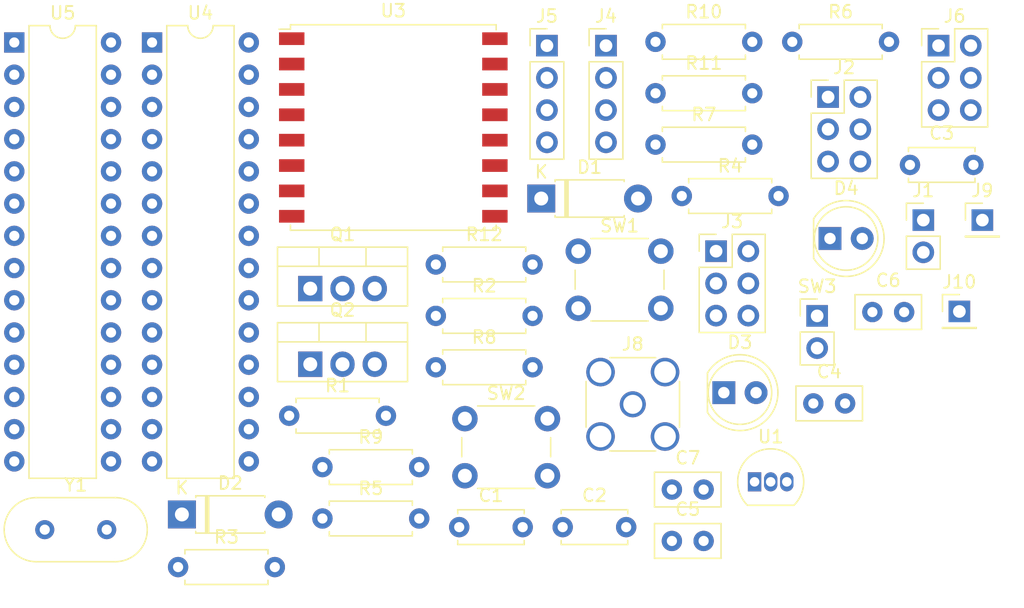
<source format=kicad_pcb>
(kicad_pcb (version 20171130) (host pcbnew "(5.1.7)-1")

  (general
    (thickness 1.6)
    (drawings 0)
    (tracks 0)
    (zones 0)
    (modules 42)
    (nets 61)
  )

  (page A4)
  (layers
    (0 F.Cu signal)
    (31 B.Cu signal)
    (33 F.Adhes user)
    (35 F.Paste user)
    (37 F.SilkS user)
    (38 B.Mask user)
    (39 F.Mask user)
    (40 Dwgs.User user)
    (41 Cmts.User user)
    (42 Eco1.User user)
    (43 Eco2.User user)
    (44 Edge.Cuts user)
    (45 Margin user)
    (46 B.CrtYd user)
    (47 F.CrtYd user)
    (49 F.Fab user)
  )

  (setup
    (last_trace_width 0.127)
    (user_trace_width 0.15)
    (user_trace_width 0.3)
    (user_trace_width 0.4)
    (trace_clearance 0.127)
    (zone_clearance 0.508)
    (zone_45_only no)
    (trace_min 0.127)
    (via_size 0.6)
    (via_drill 0.3)
    (via_min_size 0.6)
    (via_min_drill 0.3)
    (user_via 0.6 0.3)
    (user_via 0.9 0.4)
    (uvia_size 0.6858)
    (uvia_drill 0.3302)
    (uvias_allowed no)
    (uvia_min_size 0.2)
    (uvia_min_drill 0.1)
    (edge_width 0.05)
    (segment_width 0.2)
    (pcb_text_width 0.3)
    (pcb_text_size 1.5 1.5)
    (mod_edge_width 0.12)
    (mod_text_size 1 1)
    (mod_text_width 0.15)
    (pad_size 1.524 1.524)
    (pad_drill 0.762)
    (pad_to_mask_clearance 0)
    (solder_mask_min_width 0.12)
    (aux_axis_origin 0 0)
    (visible_elements FFFFFF7F)
    (pcbplotparams
      (layerselection 0x010fc_ffffffff)
      (usegerberextensions false)
      (usegerberattributes true)
      (usegerberadvancedattributes true)
      (creategerberjobfile true)
      (excludeedgelayer true)
      (linewidth 0.100000)
      (plotframeref false)
      (viasonmask false)
      (mode 1)
      (useauxorigin false)
      (hpglpennumber 1)
      (hpglpenspeed 20)
      (hpglpendiameter 15.000000)
      (psnegative false)
      (psa4output false)
      (plotreference true)
      (plotvalue true)
      (plotinvisibletext false)
      (padsonsilk false)
      (subtractmaskfromsilk false)
      (outputformat 1)
      (mirror false)
      (drillshape 1)
      (scaleselection 1)
      (outputdirectory ""))
  )

  (net 0 "")
  (net 1 BAT-)
  (net 2 "Net-(C1-Pad2)")
  (net 3 3.3V)
  (net 4 VBUS)
  (net 5 XTAL1)
  (net 6 XTAL2)
  (net 7 "Net-(D2-Pad2)")
  (net 8 "Net-(D3-Pad1)")
  (net 9 "Net-(D3-Pad2)")
  (net 10 SW_LED_STAT)
  (net 11 "Net-(D4-Pad1)")
  (net 12 BAT+)
  (net 13 "Net-(J1-Pad2)")
  (net 14 MAIN_MISO)
  (net 15 MAIN_SCK)
  (net 16 MAIN_MOSI)
  (net 17 NRST)
  (net 18 RADIO_MISO)
  (net 19 RADIO_SCK)
  (net 20 RADIO_MOSI)
  (net 21 3.3V_SW)
  (net 22 GPS_RX)
  (net 23 GPS_TX)
  (net 24 I2C_SDA)
  (net 25 I2C_SCL)
  (net 26 I2C_SMBALERT)
  (net 27 "Net-(J8-Pad1)")
  (net 28 PWR_SW)
  (net 29 "Net-(R3-Pad1)")
  (net 30 USB_D-)
  (net 31 "Net-(R5-Pad1)")
  (net 32 USB_D+)
  (net 33 TRIG_BTN)
  (net 34 RADIO_NSS)
  (net 35 RADIO_RST)
  (net 36 RADIO_DIO5)
  (net 37 "Net-(U3-Pad11)")
  (net 38 "Net-(U3-Pad12)")
  (net 39 RADIO_DIO0)
  (net 40 RADIO_DIO1)
  (net 41 RADIO_DIO2)
  (net 42 "Net-(U4-Pad15)")
  (net 43 "Net-(U4-Pad16)")
  (net 44 "Net-(U4-Pad6)")
  (net 45 "Net-(U4-Pad21)")
  (net 46 "Net-(U4-Pad23)")
  (net 47 "Net-(U4-Pad11)")
  (net 48 "Net-(U4-Pad12)")
  (net 49 "Net-(U4-Pad14)")
  (net 50 "Net-(U5-Pad11)")
  (net 51 "Net-(U5-Pad24)")
  (net 52 "Net-(U5-Pad10)")
  (net 53 "Net-(U5-Pad23)")
  (net 54 "Net-(U5-Pad9)")
  (net 55 "Net-(U5-Pad21)")
  (net 56 "Net-(U5-Pad6)")
  (net 57 "Net-(U5-Pad5)")
  (net 58 "Net-(U5-Pad4)")
  (net 59 "Net-(U5-Pad3)")
  (net 60 "Net-(U5-Pad2)")

  (net_class Default "This is the default net class."
    (clearance 0.127)
    (trace_width 0.127)
    (via_dia 0.6)
    (via_drill 0.3)
    (uvia_dia 0.6858)
    (uvia_drill 0.3302)
    (diff_pair_width 0.1524)
    (diff_pair_gap 0.254)
    (add_net 3.3V)
    (add_net 3.3V_SW)
    (add_net BAT+)
    (add_net BAT-)
    (add_net GPS_RX)
    (add_net GPS_TX)
    (add_net I2C_SCL)
    (add_net I2C_SDA)
    (add_net I2C_SMBALERT)
    (add_net MAIN_MISO)
    (add_net MAIN_MOSI)
    (add_net MAIN_SCK)
    (add_net NRST)
    (add_net "Net-(C1-Pad2)")
    (add_net "Net-(D2-Pad2)")
    (add_net "Net-(D3-Pad1)")
    (add_net "Net-(D3-Pad2)")
    (add_net "Net-(D4-Pad1)")
    (add_net "Net-(J1-Pad2)")
    (add_net "Net-(J8-Pad1)")
    (add_net "Net-(R3-Pad1)")
    (add_net "Net-(R5-Pad1)")
    (add_net "Net-(U3-Pad11)")
    (add_net "Net-(U3-Pad12)")
    (add_net "Net-(U4-Pad11)")
    (add_net "Net-(U4-Pad12)")
    (add_net "Net-(U4-Pad14)")
    (add_net "Net-(U4-Pad15)")
    (add_net "Net-(U4-Pad16)")
    (add_net "Net-(U4-Pad21)")
    (add_net "Net-(U4-Pad23)")
    (add_net "Net-(U4-Pad6)")
    (add_net "Net-(U5-Pad10)")
    (add_net "Net-(U5-Pad11)")
    (add_net "Net-(U5-Pad2)")
    (add_net "Net-(U5-Pad21)")
    (add_net "Net-(U5-Pad23)")
    (add_net "Net-(U5-Pad24)")
    (add_net "Net-(U5-Pad3)")
    (add_net "Net-(U5-Pad4)")
    (add_net "Net-(U5-Pad5)")
    (add_net "Net-(U5-Pad6)")
    (add_net "Net-(U5-Pad9)")
    (add_net PWR_SW)
    (add_net RADIO_DIO0)
    (add_net RADIO_DIO1)
    (add_net RADIO_DIO2)
    (add_net RADIO_DIO5)
    (add_net RADIO_MISO)
    (add_net RADIO_MOSI)
    (add_net RADIO_NSS)
    (add_net RADIO_RST)
    (add_net RADIO_SCK)
    (add_net SW_LED_STAT)
    (add_net TRIG_BTN)
    (add_net USB_D+)
    (add_net USB_D-)
    (add_net VBUS)
    (add_net XTAL1)
    (add_net XTAL2)
  )

  (module Capacitor_THT:C_Disc_D5.0mm_W2.5mm_P5.00mm (layer F.Cu) (tedit 5AE50EF0) (tstamp 600F6E6B)
    (at 334.615001 53.745001)
    (descr "C, Disc series, Radial, pin pitch=5.00mm, , diameter*width=5*2.5mm^2, Capacitor, http://cdn-reichelt.de/documents/datenblatt/B300/DS_KERKO_TC.pdf")
    (tags "C Disc series Radial pin pitch 5.00mm  diameter 5mm width 2.5mm Capacitor")
    (path /6016CA3C)
    (fp_text reference C1 (at 2.5 -2.5) (layer F.SilkS)
      (effects (font (size 1 1) (thickness 0.15)))
    )
    (fp_text value 1u (at 2.5 2.5) (layer F.Fab)
      (effects (font (size 1 1) (thickness 0.15)))
    )
    (fp_line (start 6.05 -1.5) (end -1.05 -1.5) (layer F.CrtYd) (width 0.05))
    (fp_line (start 6.05 1.5) (end 6.05 -1.5) (layer F.CrtYd) (width 0.05))
    (fp_line (start -1.05 1.5) (end 6.05 1.5) (layer F.CrtYd) (width 0.05))
    (fp_line (start -1.05 -1.5) (end -1.05 1.5) (layer F.CrtYd) (width 0.05))
    (fp_line (start 5.12 1.055) (end 5.12 1.37) (layer F.SilkS) (width 0.12))
    (fp_line (start 5.12 -1.37) (end 5.12 -1.055) (layer F.SilkS) (width 0.12))
    (fp_line (start -0.12 1.055) (end -0.12 1.37) (layer F.SilkS) (width 0.12))
    (fp_line (start -0.12 -1.37) (end -0.12 -1.055) (layer F.SilkS) (width 0.12))
    (fp_line (start -0.12 1.37) (end 5.12 1.37) (layer F.SilkS) (width 0.12))
    (fp_line (start -0.12 -1.37) (end 5.12 -1.37) (layer F.SilkS) (width 0.12))
    (fp_line (start 5 -1.25) (end 0 -1.25) (layer F.Fab) (width 0.1))
    (fp_line (start 5 1.25) (end 5 -1.25) (layer F.Fab) (width 0.1))
    (fp_line (start 0 1.25) (end 5 1.25) (layer F.Fab) (width 0.1))
    (fp_line (start 0 -1.25) (end 0 1.25) (layer F.Fab) (width 0.1))
    (fp_text user %R (at 2.5 0) (layer F.Fab)
      (effects (font (size 1 1) (thickness 0.15)))
    )
    (pad 1 thru_hole circle (at 0 0) (size 1.6 1.6) (drill 0.8) (layers *.Cu *.Mask)
      (net 1 BAT-))
    (pad 2 thru_hole circle (at 5 0) (size 1.6 1.6) (drill 0.8) (layers *.Cu *.Mask)
      (net 2 "Net-(C1-Pad2)"))
    (model ${KISYS3DMOD}/Capacitor_THT.3dshapes/C_Disc_D5.0mm_W2.5mm_P5.00mm.wrl
      (at (xyz 0 0 0))
      (scale (xyz 1 1 1))
      (rotate (xyz 0 0 0))
    )
  )

  (module Capacitor_THT:C_Disc_D5.0mm_W2.5mm_P5.00mm (layer F.Cu) (tedit 5AE50EF0) (tstamp 600F6E80)
    (at 342.765001 53.745001)
    (descr "C, Disc series, Radial, pin pitch=5.00mm, , diameter*width=5*2.5mm^2, Capacitor, http://cdn-reichelt.de/documents/datenblatt/B300/DS_KERKO_TC.pdf")
    (tags "C Disc series Radial pin pitch 5.00mm  diameter 5mm width 2.5mm Capacitor")
    (path /6016DCFA)
    (fp_text reference C2 (at 2.5 -2.5) (layer F.SilkS)
      (effects (font (size 1 1) (thickness 0.15)))
    )
    (fp_text value 1u (at 2.5 2.5) (layer F.Fab)
      (effects (font (size 1 1) (thickness 0.15)))
    )
    (fp_text user %R (at 2.5 0) (layer F.Fab)
      (effects (font (size 1 1) (thickness 0.15)))
    )
    (fp_line (start 0 -1.25) (end 0 1.25) (layer F.Fab) (width 0.1))
    (fp_line (start 0 1.25) (end 5 1.25) (layer F.Fab) (width 0.1))
    (fp_line (start 5 1.25) (end 5 -1.25) (layer F.Fab) (width 0.1))
    (fp_line (start 5 -1.25) (end 0 -1.25) (layer F.Fab) (width 0.1))
    (fp_line (start -0.12 -1.37) (end 5.12 -1.37) (layer F.SilkS) (width 0.12))
    (fp_line (start -0.12 1.37) (end 5.12 1.37) (layer F.SilkS) (width 0.12))
    (fp_line (start -0.12 -1.37) (end -0.12 -1.055) (layer F.SilkS) (width 0.12))
    (fp_line (start -0.12 1.055) (end -0.12 1.37) (layer F.SilkS) (width 0.12))
    (fp_line (start 5.12 -1.37) (end 5.12 -1.055) (layer F.SilkS) (width 0.12))
    (fp_line (start 5.12 1.055) (end 5.12 1.37) (layer F.SilkS) (width 0.12))
    (fp_line (start -1.05 -1.5) (end -1.05 1.5) (layer F.CrtYd) (width 0.05))
    (fp_line (start -1.05 1.5) (end 6.05 1.5) (layer F.CrtYd) (width 0.05))
    (fp_line (start 6.05 1.5) (end 6.05 -1.5) (layer F.CrtYd) (width 0.05))
    (fp_line (start 6.05 -1.5) (end -1.05 -1.5) (layer F.CrtYd) (width 0.05))
    (pad 2 thru_hole circle (at 5 0) (size 1.6 1.6) (drill 0.8) (layers *.Cu *.Mask)
      (net 3 3.3V))
    (pad 1 thru_hole circle (at 0 0) (size 1.6 1.6) (drill 0.8) (layers *.Cu *.Mask)
      (net 1 BAT-))
    (model ${KISYS3DMOD}/Capacitor_THT.3dshapes/C_Disc_D5.0mm_W2.5mm_P5.00mm.wrl
      (at (xyz 0 0 0))
      (scale (xyz 1 1 1))
      (rotate (xyz 0 0 0))
    )
  )

  (module Capacitor_THT:C_Disc_D5.0mm_W2.5mm_P5.00mm (layer F.Cu) (tedit 5AE50EF0) (tstamp 600F6E95)
    (at 370.115001 25.195001)
    (descr "C, Disc series, Radial, pin pitch=5.00mm, , diameter*width=5*2.5mm^2, Capacitor, http://cdn-reichelt.de/documents/datenblatt/B300/DS_KERKO_TC.pdf")
    (tags "C Disc series Radial pin pitch 5.00mm  diameter 5mm width 2.5mm Capacitor")
    (path /600F2769)
    (fp_text reference C3 (at 2.5 -2.5) (layer F.SilkS)
      (effects (font (size 1 1) (thickness 0.15)))
    )
    (fp_text value 4u7 (at 2.5 2.5) (layer F.Fab)
      (effects (font (size 1 1) (thickness 0.15)))
    )
    (fp_line (start 6.05 -1.5) (end -1.05 -1.5) (layer F.CrtYd) (width 0.05))
    (fp_line (start 6.05 1.5) (end 6.05 -1.5) (layer F.CrtYd) (width 0.05))
    (fp_line (start -1.05 1.5) (end 6.05 1.5) (layer F.CrtYd) (width 0.05))
    (fp_line (start -1.05 -1.5) (end -1.05 1.5) (layer F.CrtYd) (width 0.05))
    (fp_line (start 5.12 1.055) (end 5.12 1.37) (layer F.SilkS) (width 0.12))
    (fp_line (start 5.12 -1.37) (end 5.12 -1.055) (layer F.SilkS) (width 0.12))
    (fp_line (start -0.12 1.055) (end -0.12 1.37) (layer F.SilkS) (width 0.12))
    (fp_line (start -0.12 -1.37) (end -0.12 -1.055) (layer F.SilkS) (width 0.12))
    (fp_line (start -0.12 1.37) (end 5.12 1.37) (layer F.SilkS) (width 0.12))
    (fp_line (start -0.12 -1.37) (end 5.12 -1.37) (layer F.SilkS) (width 0.12))
    (fp_line (start 5 -1.25) (end 0 -1.25) (layer F.Fab) (width 0.1))
    (fp_line (start 5 1.25) (end 5 -1.25) (layer F.Fab) (width 0.1))
    (fp_line (start 0 1.25) (end 5 1.25) (layer F.Fab) (width 0.1))
    (fp_line (start 0 -1.25) (end 0 1.25) (layer F.Fab) (width 0.1))
    (fp_text user %R (at 2.5 0) (layer F.Fab)
      (effects (font (size 1 1) (thickness 0.15)))
    )
    (pad 1 thru_hole circle (at 0 0) (size 1.6 1.6) (drill 0.8) (layers *.Cu *.Mask)
      (net 1 BAT-))
    (pad 2 thru_hole circle (at 5 0) (size 1.6 1.6) (drill 0.8) (layers *.Cu *.Mask)
      (net 4 VBUS))
    (model ${KISYS3DMOD}/Capacitor_THT.3dshapes/C_Disc_D5.0mm_W2.5mm_P5.00mm.wrl
      (at (xyz 0 0 0))
      (scale (xyz 1 1 1))
      (rotate (xyz 0 0 0))
    )
  )

  (module Capacitor_THT:C_Disc_D5.0mm_W2.5mm_P2.50mm (layer F.Cu) (tedit 5AE50EF0) (tstamp 600F6EA8)
    (at 362.505001 43.995001)
    (descr "C, Disc series, Radial, pin pitch=2.50mm, , diameter*width=5*2.5mm^2, Capacitor, http://cdn-reichelt.de/documents/datenblatt/B300/DS_KERKO_TC.pdf")
    (tags "C Disc series Radial pin pitch 2.50mm  diameter 5mm width 2.5mm Capacitor")
    (path /600B83A5)
    (fp_text reference C4 (at 1.25 -2.5) (layer F.SilkS)
      (effects (font (size 1 1) (thickness 0.15)))
    )
    (fp_text value 20p (at 1.25 2.5) (layer F.Fab)
      (effects (font (size 1 1) (thickness 0.15)))
    )
    (fp_line (start 4 -1.5) (end -1.5 -1.5) (layer F.CrtYd) (width 0.05))
    (fp_line (start 4 1.5) (end 4 -1.5) (layer F.CrtYd) (width 0.05))
    (fp_line (start -1.5 1.5) (end 4 1.5) (layer F.CrtYd) (width 0.05))
    (fp_line (start -1.5 -1.5) (end -1.5 1.5) (layer F.CrtYd) (width 0.05))
    (fp_line (start 3.87 -1.37) (end 3.87 1.37) (layer F.SilkS) (width 0.12))
    (fp_line (start -1.37 -1.37) (end -1.37 1.37) (layer F.SilkS) (width 0.12))
    (fp_line (start -1.37 1.37) (end 3.87 1.37) (layer F.SilkS) (width 0.12))
    (fp_line (start -1.37 -1.37) (end 3.87 -1.37) (layer F.SilkS) (width 0.12))
    (fp_line (start 3.75 -1.25) (end -1.25 -1.25) (layer F.Fab) (width 0.1))
    (fp_line (start 3.75 1.25) (end 3.75 -1.25) (layer F.Fab) (width 0.1))
    (fp_line (start -1.25 1.25) (end 3.75 1.25) (layer F.Fab) (width 0.1))
    (fp_line (start -1.25 -1.25) (end -1.25 1.25) (layer F.Fab) (width 0.1))
    (fp_text user %R (at 1.25 0) (layer F.Fab)
      (effects (font (size 1 1) (thickness 0.15)))
    )
    (pad 1 thru_hole circle (at 0 0) (size 1.6 1.6) (drill 0.8) (layers *.Cu *.Mask)
      (net 1 BAT-))
    (pad 2 thru_hole circle (at 2.5 0) (size 1.6 1.6) (drill 0.8) (layers *.Cu *.Mask)
      (net 5 XTAL1))
    (model ${KISYS3DMOD}/Capacitor_THT.3dshapes/C_Disc_D5.0mm_W2.5mm_P2.50mm.wrl
      (at (xyz 0 0 0))
      (scale (xyz 1 1 1))
      (rotate (xyz 0 0 0))
    )
  )

  (module Capacitor_THT:C_Disc_D5.0mm_W2.5mm_P2.50mm (layer F.Cu) (tedit 5AE50EF0) (tstamp 600F6EBB)
    (at 351.365001 54.835001)
    (descr "C, Disc series, Radial, pin pitch=2.50mm, , diameter*width=5*2.5mm^2, Capacitor, http://cdn-reichelt.de/documents/datenblatt/B300/DS_KERKO_TC.pdf")
    (tags "C Disc series Radial pin pitch 2.50mm  diameter 5mm width 2.5mm Capacitor")
    (path /600B7B61)
    (fp_text reference C5 (at 1.25 -2.5) (layer F.SilkS)
      (effects (font (size 1 1) (thickness 0.15)))
    )
    (fp_text value 20p (at 1.25 2.5) (layer F.Fab)
      (effects (font (size 1 1) (thickness 0.15)))
    )
    (fp_text user %R (at 1.25 0) (layer F.Fab)
      (effects (font (size 1 1) (thickness 0.15)))
    )
    (fp_line (start -1.25 -1.25) (end -1.25 1.25) (layer F.Fab) (width 0.1))
    (fp_line (start -1.25 1.25) (end 3.75 1.25) (layer F.Fab) (width 0.1))
    (fp_line (start 3.75 1.25) (end 3.75 -1.25) (layer F.Fab) (width 0.1))
    (fp_line (start 3.75 -1.25) (end -1.25 -1.25) (layer F.Fab) (width 0.1))
    (fp_line (start -1.37 -1.37) (end 3.87 -1.37) (layer F.SilkS) (width 0.12))
    (fp_line (start -1.37 1.37) (end 3.87 1.37) (layer F.SilkS) (width 0.12))
    (fp_line (start -1.37 -1.37) (end -1.37 1.37) (layer F.SilkS) (width 0.12))
    (fp_line (start 3.87 -1.37) (end 3.87 1.37) (layer F.SilkS) (width 0.12))
    (fp_line (start -1.5 -1.5) (end -1.5 1.5) (layer F.CrtYd) (width 0.05))
    (fp_line (start -1.5 1.5) (end 4 1.5) (layer F.CrtYd) (width 0.05))
    (fp_line (start 4 1.5) (end 4 -1.5) (layer F.CrtYd) (width 0.05))
    (fp_line (start 4 -1.5) (end -1.5 -1.5) (layer F.CrtYd) (width 0.05))
    (pad 2 thru_hole circle (at 2.5 0) (size 1.6 1.6) (drill 0.8) (layers *.Cu *.Mask)
      (net 6 XTAL2))
    (pad 1 thru_hole circle (at 0 0) (size 1.6 1.6) (drill 0.8) (layers *.Cu *.Mask)
      (net 1 BAT-))
    (model ${KISYS3DMOD}/Capacitor_THT.3dshapes/C_Disc_D5.0mm_W2.5mm_P2.50mm.wrl
      (at (xyz 0 0 0))
      (scale (xyz 1 1 1))
      (rotate (xyz 0 0 0))
    )
  )

  (module Capacitor_THT:C_Disc_D5.0mm_W2.5mm_P2.50mm (layer F.Cu) (tedit 5AE50EF0) (tstamp 600F6ECE)
    (at 367.155001 36.795001)
    (descr "C, Disc series, Radial, pin pitch=2.50mm, , diameter*width=5*2.5mm^2, Capacitor, http://cdn-reichelt.de/documents/datenblatt/B300/DS_KERKO_TC.pdf")
    (tags "C Disc series Radial pin pitch 2.50mm  diameter 5mm width 2.5mm Capacitor")
    (path /600C8882)
    (fp_text reference C6 (at 1.25 -2.5) (layer F.SilkS)
      (effects (font (size 1 1) (thickness 0.15)))
    )
    (fp_text value 100n (at 1.25 2.5) (layer F.Fab)
      (effects (font (size 1 1) (thickness 0.15)))
    )
    (fp_text user %R (at 1.25 0) (layer F.Fab)
      (effects (font (size 1 1) (thickness 0.15)))
    )
    (fp_line (start -1.25 -1.25) (end -1.25 1.25) (layer F.Fab) (width 0.1))
    (fp_line (start -1.25 1.25) (end 3.75 1.25) (layer F.Fab) (width 0.1))
    (fp_line (start 3.75 1.25) (end 3.75 -1.25) (layer F.Fab) (width 0.1))
    (fp_line (start 3.75 -1.25) (end -1.25 -1.25) (layer F.Fab) (width 0.1))
    (fp_line (start -1.37 -1.37) (end 3.87 -1.37) (layer F.SilkS) (width 0.12))
    (fp_line (start -1.37 1.37) (end 3.87 1.37) (layer F.SilkS) (width 0.12))
    (fp_line (start -1.37 -1.37) (end -1.37 1.37) (layer F.SilkS) (width 0.12))
    (fp_line (start 3.87 -1.37) (end 3.87 1.37) (layer F.SilkS) (width 0.12))
    (fp_line (start -1.5 -1.5) (end -1.5 1.5) (layer F.CrtYd) (width 0.05))
    (fp_line (start -1.5 1.5) (end 4 1.5) (layer F.CrtYd) (width 0.05))
    (fp_line (start 4 1.5) (end 4 -1.5) (layer F.CrtYd) (width 0.05))
    (fp_line (start 4 -1.5) (end -1.5 -1.5) (layer F.CrtYd) (width 0.05))
    (pad 2 thru_hole circle (at 2.5 0) (size 1.6 1.6) (drill 0.8) (layers *.Cu *.Mask)
      (net 3 3.3V))
    (pad 1 thru_hole circle (at 0 0) (size 1.6 1.6) (drill 0.8) (layers *.Cu *.Mask)
      (net 1 BAT-))
    (model ${KISYS3DMOD}/Capacitor_THT.3dshapes/C_Disc_D5.0mm_W2.5mm_P2.50mm.wrl
      (at (xyz 0 0 0))
      (scale (xyz 1 1 1))
      (rotate (xyz 0 0 0))
    )
  )

  (module Capacitor_THT:C_Disc_D5.0mm_W2.5mm_P2.50mm (layer F.Cu) (tedit 5AE50EF0) (tstamp 600F6EE1)
    (at 351.365001 50.785001)
    (descr "C, Disc series, Radial, pin pitch=2.50mm, , diameter*width=5*2.5mm^2, Capacitor, http://cdn-reichelt.de/documents/datenblatt/B300/DS_KERKO_TC.pdf")
    (tags "C Disc series Radial pin pitch 2.50mm  diameter 5mm width 2.5mm Capacitor")
    (path /600CECAA)
    (fp_text reference C7 (at 1.25 -2.5) (layer F.SilkS)
      (effects (font (size 1 1) (thickness 0.15)))
    )
    (fp_text value 100n (at 1.25 2.5) (layer F.Fab)
      (effects (font (size 1 1) (thickness 0.15)))
    )
    (fp_line (start 4 -1.5) (end -1.5 -1.5) (layer F.CrtYd) (width 0.05))
    (fp_line (start 4 1.5) (end 4 -1.5) (layer F.CrtYd) (width 0.05))
    (fp_line (start -1.5 1.5) (end 4 1.5) (layer F.CrtYd) (width 0.05))
    (fp_line (start -1.5 -1.5) (end -1.5 1.5) (layer F.CrtYd) (width 0.05))
    (fp_line (start 3.87 -1.37) (end 3.87 1.37) (layer F.SilkS) (width 0.12))
    (fp_line (start -1.37 -1.37) (end -1.37 1.37) (layer F.SilkS) (width 0.12))
    (fp_line (start -1.37 1.37) (end 3.87 1.37) (layer F.SilkS) (width 0.12))
    (fp_line (start -1.37 -1.37) (end 3.87 -1.37) (layer F.SilkS) (width 0.12))
    (fp_line (start 3.75 -1.25) (end -1.25 -1.25) (layer F.Fab) (width 0.1))
    (fp_line (start 3.75 1.25) (end 3.75 -1.25) (layer F.Fab) (width 0.1))
    (fp_line (start -1.25 1.25) (end 3.75 1.25) (layer F.Fab) (width 0.1))
    (fp_line (start -1.25 -1.25) (end -1.25 1.25) (layer F.Fab) (width 0.1))
    (fp_text user %R (at 1.25 0) (layer F.Fab)
      (effects (font (size 1 1) (thickness 0.15)))
    )
    (pad 1 thru_hole circle (at 0 0) (size 1.6 1.6) (drill 0.8) (layers *.Cu *.Mask)
      (net 1 BAT-))
    (pad 2 thru_hole circle (at 2.5 0) (size 1.6 1.6) (drill 0.8) (layers *.Cu *.Mask)
      (net 3 3.3V))
    (model ${KISYS3DMOD}/Capacitor_THT.3dshapes/C_Disc_D5.0mm_W2.5mm_P2.50mm.wrl
      (at (xyz 0 0 0))
      (scale (xyz 1 1 1))
      (rotate (xyz 0 0 0))
    )
  )

  (module Diode_THT:D_DO-41_SOD81_P7.62mm_Horizontal (layer F.Cu) (tedit 5AE50CD5) (tstamp 600F6F00)
    (at 341.075001 27.845001)
    (descr "Diode, DO-41_SOD81 series, Axial, Horizontal, pin pitch=7.62mm, , length*diameter=5.2*2.7mm^2, , http://www.diodes.com/_files/packages/DO-41%20(Plastic).pdf")
    (tags "Diode DO-41_SOD81 series Axial Horizontal pin pitch 7.62mm  length 5.2mm diameter 2.7mm")
    (path /6015247E)
    (fp_text reference D1 (at 3.81 -2.47) (layer F.SilkS)
      (effects (font (size 1 1) (thickness 0.15)))
    )
    (fp_text value D_Schottky_Small (at 3.81 2.47) (layer F.Fab)
      (effects (font (size 1 1) (thickness 0.15)))
    )
    (fp_line (start 8.97 -1.6) (end -1.35 -1.6) (layer F.CrtYd) (width 0.05))
    (fp_line (start 8.97 1.6) (end 8.97 -1.6) (layer F.CrtYd) (width 0.05))
    (fp_line (start -1.35 1.6) (end 8.97 1.6) (layer F.CrtYd) (width 0.05))
    (fp_line (start -1.35 -1.6) (end -1.35 1.6) (layer F.CrtYd) (width 0.05))
    (fp_line (start 1.87 -1.47) (end 1.87 1.47) (layer F.SilkS) (width 0.12))
    (fp_line (start 2.11 -1.47) (end 2.11 1.47) (layer F.SilkS) (width 0.12))
    (fp_line (start 1.99 -1.47) (end 1.99 1.47) (layer F.SilkS) (width 0.12))
    (fp_line (start 6.53 1.47) (end 6.53 1.34) (layer F.SilkS) (width 0.12))
    (fp_line (start 1.09 1.47) (end 6.53 1.47) (layer F.SilkS) (width 0.12))
    (fp_line (start 1.09 1.34) (end 1.09 1.47) (layer F.SilkS) (width 0.12))
    (fp_line (start 6.53 -1.47) (end 6.53 -1.34) (layer F.SilkS) (width 0.12))
    (fp_line (start 1.09 -1.47) (end 6.53 -1.47) (layer F.SilkS) (width 0.12))
    (fp_line (start 1.09 -1.34) (end 1.09 -1.47) (layer F.SilkS) (width 0.12))
    (fp_line (start 1.89 -1.35) (end 1.89 1.35) (layer F.Fab) (width 0.1))
    (fp_line (start 2.09 -1.35) (end 2.09 1.35) (layer F.Fab) (width 0.1))
    (fp_line (start 1.99 -1.35) (end 1.99 1.35) (layer F.Fab) (width 0.1))
    (fp_line (start 7.62 0) (end 6.41 0) (layer F.Fab) (width 0.1))
    (fp_line (start 0 0) (end 1.21 0) (layer F.Fab) (width 0.1))
    (fp_line (start 6.41 -1.35) (end 1.21 -1.35) (layer F.Fab) (width 0.1))
    (fp_line (start 6.41 1.35) (end 6.41 -1.35) (layer F.Fab) (width 0.1))
    (fp_line (start 1.21 1.35) (end 6.41 1.35) (layer F.Fab) (width 0.1))
    (fp_line (start 1.21 -1.35) (end 1.21 1.35) (layer F.Fab) (width 0.1))
    (fp_text user %R (at 4.2 0) (layer F.Fab)
      (effects (font (size 1 1) (thickness 0.15)))
    )
    (fp_text user K (at 0 -2.1) (layer F.Fab)
      (effects (font (size 1 1) (thickness 0.15)))
    )
    (fp_text user K (at 0 -2.1) (layer F.SilkS)
      (effects (font (size 1 1) (thickness 0.15)))
    )
    (pad 1 thru_hole rect (at 0 0) (size 2.2 2.2) (drill 1.1) (layers *.Cu *.Mask)
      (net 2 "Net-(C1-Pad2)"))
    (pad 2 thru_hole oval (at 7.62 0) (size 2.2 2.2) (drill 1.1) (layers *.Cu *.Mask)
      (net 4 VBUS))
    (model ${KISYS3DMOD}/Diode_THT.3dshapes/D_DO-41_SOD81_P7.62mm_Horizontal.wrl
      (at (xyz 0 0 0))
      (scale (xyz 1 1 1))
      (rotate (xyz 0 0 0))
    )
  )

  (module Diode_THT:D_DO-41_SOD81_P7.62mm_Horizontal (layer F.Cu) (tedit 5AE50CD5) (tstamp 600F6F1F)
    (at 312.775001 52.745001)
    (descr "Diode, DO-41_SOD81 series, Axial, Horizontal, pin pitch=7.62mm, , length*diameter=5.2*2.7mm^2, , http://www.diodes.com/_files/packages/DO-41%20(Plastic).pdf")
    (tags "Diode DO-41_SOD81 series Axial Horizontal pin pitch 7.62mm  length 5.2mm diameter 2.7mm")
    (path /601529BE)
    (fp_text reference D2 (at 3.81 -2.47) (layer F.SilkS)
      (effects (font (size 1 1) (thickness 0.15)))
    )
    (fp_text value D_Schottky_Small (at 3.81 2.47) (layer F.Fab)
      (effects (font (size 1 1) (thickness 0.15)))
    )
    (fp_text user K (at 0 -2.1) (layer F.SilkS)
      (effects (font (size 1 1) (thickness 0.15)))
    )
    (fp_text user K (at 0 -2.1) (layer F.Fab)
      (effects (font (size 1 1) (thickness 0.15)))
    )
    (fp_text user %R (at 4.2 0) (layer F.Fab)
      (effects (font (size 1 1) (thickness 0.15)))
    )
    (fp_line (start 1.21 -1.35) (end 1.21 1.35) (layer F.Fab) (width 0.1))
    (fp_line (start 1.21 1.35) (end 6.41 1.35) (layer F.Fab) (width 0.1))
    (fp_line (start 6.41 1.35) (end 6.41 -1.35) (layer F.Fab) (width 0.1))
    (fp_line (start 6.41 -1.35) (end 1.21 -1.35) (layer F.Fab) (width 0.1))
    (fp_line (start 0 0) (end 1.21 0) (layer F.Fab) (width 0.1))
    (fp_line (start 7.62 0) (end 6.41 0) (layer F.Fab) (width 0.1))
    (fp_line (start 1.99 -1.35) (end 1.99 1.35) (layer F.Fab) (width 0.1))
    (fp_line (start 2.09 -1.35) (end 2.09 1.35) (layer F.Fab) (width 0.1))
    (fp_line (start 1.89 -1.35) (end 1.89 1.35) (layer F.Fab) (width 0.1))
    (fp_line (start 1.09 -1.34) (end 1.09 -1.47) (layer F.SilkS) (width 0.12))
    (fp_line (start 1.09 -1.47) (end 6.53 -1.47) (layer F.SilkS) (width 0.12))
    (fp_line (start 6.53 -1.47) (end 6.53 -1.34) (layer F.SilkS) (width 0.12))
    (fp_line (start 1.09 1.34) (end 1.09 1.47) (layer F.SilkS) (width 0.12))
    (fp_line (start 1.09 1.47) (end 6.53 1.47) (layer F.SilkS) (width 0.12))
    (fp_line (start 6.53 1.47) (end 6.53 1.34) (layer F.SilkS) (width 0.12))
    (fp_line (start 1.99 -1.47) (end 1.99 1.47) (layer F.SilkS) (width 0.12))
    (fp_line (start 2.11 -1.47) (end 2.11 1.47) (layer F.SilkS) (width 0.12))
    (fp_line (start 1.87 -1.47) (end 1.87 1.47) (layer F.SilkS) (width 0.12))
    (fp_line (start -1.35 -1.6) (end -1.35 1.6) (layer F.CrtYd) (width 0.05))
    (fp_line (start -1.35 1.6) (end 8.97 1.6) (layer F.CrtYd) (width 0.05))
    (fp_line (start 8.97 1.6) (end 8.97 -1.6) (layer F.CrtYd) (width 0.05))
    (fp_line (start 8.97 -1.6) (end -1.35 -1.6) (layer F.CrtYd) (width 0.05))
    (pad 2 thru_hole oval (at 7.62 0) (size 2.2 2.2) (drill 1.1) (layers *.Cu *.Mask)
      (net 7 "Net-(D2-Pad2)"))
    (pad 1 thru_hole rect (at 0 0) (size 2.2 2.2) (drill 1.1) (layers *.Cu *.Mask)
      (net 2 "Net-(C1-Pad2)"))
    (model ${KISYS3DMOD}/Diode_THT.3dshapes/D_DO-41_SOD81_P7.62mm_Horizontal.wrl
      (at (xyz 0 0 0))
      (scale (xyz 1 1 1))
      (rotate (xyz 0 0 0))
    )
  )

  (module LED_THT:LED_D5.0mm (layer F.Cu) (tedit 5995936A) (tstamp 600F6F31)
    (at 355.455001 43.145001)
    (descr "LED, diameter 5.0mm, 2 pins, http://cdn-reichelt.de/documents/datenblatt/A500/LL-504BC2E-009.pdf")
    (tags "LED diameter 5.0mm 2 pins")
    (path /600F3CD8)
    (fp_text reference D3 (at 1.27 -3.96) (layer F.SilkS)
      (effects (font (size 1 1) (thickness 0.15)))
    )
    (fp_text value LED_PWR (at 1.27 3.96) (layer F.Fab)
      (effects (font (size 1 1) (thickness 0.15)))
    )
    (fp_line (start 4.5 -3.25) (end -1.95 -3.25) (layer F.CrtYd) (width 0.05))
    (fp_line (start 4.5 3.25) (end 4.5 -3.25) (layer F.CrtYd) (width 0.05))
    (fp_line (start -1.95 3.25) (end 4.5 3.25) (layer F.CrtYd) (width 0.05))
    (fp_line (start -1.95 -3.25) (end -1.95 3.25) (layer F.CrtYd) (width 0.05))
    (fp_line (start -1.29 -1.545) (end -1.29 1.545) (layer F.SilkS) (width 0.12))
    (fp_line (start -1.23 -1.469694) (end -1.23 1.469694) (layer F.Fab) (width 0.1))
    (fp_circle (center 1.27 0) (end 3.77 0) (layer F.SilkS) (width 0.12))
    (fp_circle (center 1.27 0) (end 3.77 0) (layer F.Fab) (width 0.1))
    (fp_arc (start 1.27 0) (end -1.23 -1.469694) (angle 299.1) (layer F.Fab) (width 0.1))
    (fp_arc (start 1.27 0) (end -1.29 -1.54483) (angle 148.9) (layer F.SilkS) (width 0.12))
    (fp_arc (start 1.27 0) (end -1.29 1.54483) (angle -148.9) (layer F.SilkS) (width 0.12))
    (fp_text user %R (at 1.25 0) (layer F.Fab)
      (effects (font (size 0.8 0.8) (thickness 0.2)))
    )
    (pad 1 thru_hole rect (at 0 0) (size 1.8 1.8) (drill 0.9) (layers *.Cu *.Mask)
      (net 8 "Net-(D3-Pad1)"))
    (pad 2 thru_hole circle (at 2.54 0) (size 1.8 1.8) (drill 0.9) (layers *.Cu *.Mask)
      (net 9 "Net-(D3-Pad2)"))
    (model ${KISYS3DMOD}/LED_THT.3dshapes/LED_D5.0mm.wrl
      (at (xyz 0 0 0))
      (scale (xyz 1 1 1))
      (rotate (xyz 0 0 0))
    )
  )

  (module LED_THT:LED_D5.0mm (layer F.Cu) (tedit 5995936A) (tstamp 600F6F43)
    (at 363.815001 30.995001)
    (descr "LED, diameter 5.0mm, 2 pins, http://cdn-reichelt.de/documents/datenblatt/A500/LL-504BC2E-009.pdf")
    (tags "LED diameter 5.0mm 2 pins")
    (path /600F6267)
    (fp_text reference D4 (at 1.27 -3.96) (layer F.SilkS)
      (effects (font (size 1 1) (thickness 0.15)))
    )
    (fp_text value LED_STAT (at 1.27 3.96) (layer F.Fab)
      (effects (font (size 1 1) (thickness 0.15)))
    )
    (fp_text user %R (at 1.25 0) (layer F.Fab)
      (effects (font (size 0.8 0.8) (thickness 0.2)))
    )
    (fp_arc (start 1.27 0) (end -1.29 1.54483) (angle -148.9) (layer F.SilkS) (width 0.12))
    (fp_arc (start 1.27 0) (end -1.29 -1.54483) (angle 148.9) (layer F.SilkS) (width 0.12))
    (fp_arc (start 1.27 0) (end -1.23 -1.469694) (angle 299.1) (layer F.Fab) (width 0.1))
    (fp_circle (center 1.27 0) (end 3.77 0) (layer F.Fab) (width 0.1))
    (fp_circle (center 1.27 0) (end 3.77 0) (layer F.SilkS) (width 0.12))
    (fp_line (start -1.23 -1.469694) (end -1.23 1.469694) (layer F.Fab) (width 0.1))
    (fp_line (start -1.29 -1.545) (end -1.29 1.545) (layer F.SilkS) (width 0.12))
    (fp_line (start -1.95 -3.25) (end -1.95 3.25) (layer F.CrtYd) (width 0.05))
    (fp_line (start -1.95 3.25) (end 4.5 3.25) (layer F.CrtYd) (width 0.05))
    (fp_line (start 4.5 3.25) (end 4.5 -3.25) (layer F.CrtYd) (width 0.05))
    (fp_line (start 4.5 -3.25) (end -1.95 -3.25) (layer F.CrtYd) (width 0.05))
    (pad 2 thru_hole circle (at 2.54 0) (size 1.8 1.8) (drill 0.9) (layers *.Cu *.Mask)
      (net 10 SW_LED_STAT))
    (pad 1 thru_hole rect (at 0 0) (size 1.8 1.8) (drill 0.9) (layers *.Cu *.Mask)
      (net 11 "Net-(D4-Pad1)"))
    (model ${KISYS3DMOD}/LED_THT.3dshapes/LED_D5.0mm.wrl
      (at (xyz 0 0 0))
      (scale (xyz 1 1 1))
      (rotate (xyz 0 0 0))
    )
  )

  (module Connector_PinHeader_2.54mm:PinHeader_1x02_P2.54mm_Vertical (layer F.Cu) (tedit 59FED5CC) (tstamp 600F6F59)
    (at 371.165001 29.545001)
    (descr "Through hole straight pin header, 1x02, 2.54mm pitch, single row")
    (tags "Through hole pin header THT 1x02 2.54mm single row")
    (path /60157CEE)
    (fp_text reference J1 (at 0 -2.33) (layer F.SilkS)
      (effects (font (size 1 1) (thickness 0.15)))
    )
    (fp_text value SW_PWR_BAT (at 0 4.87) (layer F.Fab)
      (effects (font (size 1 1) (thickness 0.15)))
    )
    (fp_line (start 1.8 -1.8) (end -1.8 -1.8) (layer F.CrtYd) (width 0.05))
    (fp_line (start 1.8 4.35) (end 1.8 -1.8) (layer F.CrtYd) (width 0.05))
    (fp_line (start -1.8 4.35) (end 1.8 4.35) (layer F.CrtYd) (width 0.05))
    (fp_line (start -1.8 -1.8) (end -1.8 4.35) (layer F.CrtYd) (width 0.05))
    (fp_line (start -1.33 -1.33) (end 0 -1.33) (layer F.SilkS) (width 0.12))
    (fp_line (start -1.33 0) (end -1.33 -1.33) (layer F.SilkS) (width 0.12))
    (fp_line (start -1.33 1.27) (end 1.33 1.27) (layer F.SilkS) (width 0.12))
    (fp_line (start 1.33 1.27) (end 1.33 3.87) (layer F.SilkS) (width 0.12))
    (fp_line (start -1.33 1.27) (end -1.33 3.87) (layer F.SilkS) (width 0.12))
    (fp_line (start -1.33 3.87) (end 1.33 3.87) (layer F.SilkS) (width 0.12))
    (fp_line (start -1.27 -0.635) (end -0.635 -1.27) (layer F.Fab) (width 0.1))
    (fp_line (start -1.27 3.81) (end -1.27 -0.635) (layer F.Fab) (width 0.1))
    (fp_line (start 1.27 3.81) (end -1.27 3.81) (layer F.Fab) (width 0.1))
    (fp_line (start 1.27 -1.27) (end 1.27 3.81) (layer F.Fab) (width 0.1))
    (fp_line (start -0.635 -1.27) (end 1.27 -1.27) (layer F.Fab) (width 0.1))
    (fp_text user %R (at 0 1.27 90) (layer F.Fab)
      (effects (font (size 1 1) (thickness 0.15)))
    )
    (pad 1 thru_hole rect (at 0 0) (size 1.7 1.7) (drill 1) (layers *.Cu *.Mask)
      (net 12 BAT+))
    (pad 2 thru_hole oval (at 0 2.54) (size 1.7 1.7) (drill 1) (layers *.Cu *.Mask)
      (net 13 "Net-(J1-Pad2)"))
    (model ${KISYS3DMOD}/Connector_PinHeader_2.54mm.3dshapes/PinHeader_1x02_P2.54mm_Vertical.wrl
      (at (xyz 0 0 0))
      (scale (xyz 1 1 1))
      (rotate (xyz 0 0 0))
    )
  )

  (module Connector_PinHeader_2.54mm:PinHeader_2x03_P2.54mm_Vertical (layer F.Cu) (tedit 59FED5CC) (tstamp 600F6F75)
    (at 363.665001 19.845001)
    (descr "Through hole straight pin header, 2x03, 2.54mm pitch, double rows")
    (tags "Through hole pin header THT 2x03 2.54mm double row")
    (path /600E0A6D)
    (fp_text reference J2 (at 1.27 -2.33) (layer F.SilkS)
      (effects (font (size 1 1) (thickness 0.15)))
    )
    (fp_text value 328p_main_ISP (at 1.27 7.41) (layer F.Fab)
      (effects (font (size 1 1) (thickness 0.15)))
    )
    (fp_line (start 4.35 -1.8) (end -1.8 -1.8) (layer F.CrtYd) (width 0.05))
    (fp_line (start 4.35 6.85) (end 4.35 -1.8) (layer F.CrtYd) (width 0.05))
    (fp_line (start -1.8 6.85) (end 4.35 6.85) (layer F.CrtYd) (width 0.05))
    (fp_line (start -1.8 -1.8) (end -1.8 6.85) (layer F.CrtYd) (width 0.05))
    (fp_line (start -1.33 -1.33) (end 0 -1.33) (layer F.SilkS) (width 0.12))
    (fp_line (start -1.33 0) (end -1.33 -1.33) (layer F.SilkS) (width 0.12))
    (fp_line (start 1.27 -1.33) (end 3.87 -1.33) (layer F.SilkS) (width 0.12))
    (fp_line (start 1.27 1.27) (end 1.27 -1.33) (layer F.SilkS) (width 0.12))
    (fp_line (start -1.33 1.27) (end 1.27 1.27) (layer F.SilkS) (width 0.12))
    (fp_line (start 3.87 -1.33) (end 3.87 6.41) (layer F.SilkS) (width 0.12))
    (fp_line (start -1.33 1.27) (end -1.33 6.41) (layer F.SilkS) (width 0.12))
    (fp_line (start -1.33 6.41) (end 3.87 6.41) (layer F.SilkS) (width 0.12))
    (fp_line (start -1.27 0) (end 0 -1.27) (layer F.Fab) (width 0.1))
    (fp_line (start -1.27 6.35) (end -1.27 0) (layer F.Fab) (width 0.1))
    (fp_line (start 3.81 6.35) (end -1.27 6.35) (layer F.Fab) (width 0.1))
    (fp_line (start 3.81 -1.27) (end 3.81 6.35) (layer F.Fab) (width 0.1))
    (fp_line (start 0 -1.27) (end 3.81 -1.27) (layer F.Fab) (width 0.1))
    (fp_text user %R (at 1.27 2.54 90) (layer F.Fab)
      (effects (font (size 1 1) (thickness 0.15)))
    )
    (pad 1 thru_hole rect (at 0 0) (size 1.7 1.7) (drill 1) (layers *.Cu *.Mask)
      (net 14 MAIN_MISO))
    (pad 2 thru_hole oval (at 2.54 0) (size 1.7 1.7) (drill 1) (layers *.Cu *.Mask)
      (net 4 VBUS))
    (pad 3 thru_hole oval (at 0 2.54) (size 1.7 1.7) (drill 1) (layers *.Cu *.Mask)
      (net 15 MAIN_SCK))
    (pad 4 thru_hole oval (at 2.54 2.54) (size 1.7 1.7) (drill 1) (layers *.Cu *.Mask)
      (net 16 MAIN_MOSI))
    (pad 5 thru_hole oval (at 0 5.08) (size 1.7 1.7) (drill 1) (layers *.Cu *.Mask)
      (net 17 NRST))
    (pad 6 thru_hole oval (at 2.54 5.08) (size 1.7 1.7) (drill 1) (layers *.Cu *.Mask)
      (net 1 BAT-))
    (model ${KISYS3DMOD}/Connector_PinHeader_2.54mm.3dshapes/PinHeader_2x03_P2.54mm_Vertical.wrl
      (at (xyz 0 0 0))
      (scale (xyz 1 1 1))
      (rotate (xyz 0 0 0))
    )
  )

  (module Connector_PinHeader_2.54mm:PinHeader_2x03_P2.54mm_Vertical (layer F.Cu) (tedit 59FED5CC) (tstamp 600F6F91)
    (at 354.845001 31.995001)
    (descr "Through hole straight pin header, 2x03, 2.54mm pitch, double rows")
    (tags "Through hole pin header THT 2x03 2.54mm double row")
    (path /600E690C)
    (fp_text reference J3 (at 1.27 -2.33) (layer F.SilkS)
      (effects (font (size 1 1) (thickness 0.15)))
    )
    (fp_text value 328p_radio_ISP (at 1.27 7.41) (layer F.Fab)
      (effects (font (size 1 1) (thickness 0.15)))
    )
    (fp_line (start 4.35 -1.8) (end -1.8 -1.8) (layer F.CrtYd) (width 0.05))
    (fp_line (start 4.35 6.85) (end 4.35 -1.8) (layer F.CrtYd) (width 0.05))
    (fp_line (start -1.8 6.85) (end 4.35 6.85) (layer F.CrtYd) (width 0.05))
    (fp_line (start -1.8 -1.8) (end -1.8 6.85) (layer F.CrtYd) (width 0.05))
    (fp_line (start -1.33 -1.33) (end 0 -1.33) (layer F.SilkS) (width 0.12))
    (fp_line (start -1.33 0) (end -1.33 -1.33) (layer F.SilkS) (width 0.12))
    (fp_line (start 1.27 -1.33) (end 3.87 -1.33) (layer F.SilkS) (width 0.12))
    (fp_line (start 1.27 1.27) (end 1.27 -1.33) (layer F.SilkS) (width 0.12))
    (fp_line (start -1.33 1.27) (end 1.27 1.27) (layer F.SilkS) (width 0.12))
    (fp_line (start 3.87 -1.33) (end 3.87 6.41) (layer F.SilkS) (width 0.12))
    (fp_line (start -1.33 1.27) (end -1.33 6.41) (layer F.SilkS) (width 0.12))
    (fp_line (start -1.33 6.41) (end 3.87 6.41) (layer F.SilkS) (width 0.12))
    (fp_line (start -1.27 0) (end 0 -1.27) (layer F.Fab) (width 0.1))
    (fp_line (start -1.27 6.35) (end -1.27 0) (layer F.Fab) (width 0.1))
    (fp_line (start 3.81 6.35) (end -1.27 6.35) (layer F.Fab) (width 0.1))
    (fp_line (start 3.81 -1.27) (end 3.81 6.35) (layer F.Fab) (width 0.1))
    (fp_line (start 0 -1.27) (end 3.81 -1.27) (layer F.Fab) (width 0.1))
    (fp_text user %R (at 1.27 2.54 90) (layer F.Fab)
      (effects (font (size 1 1) (thickness 0.15)))
    )
    (pad 1 thru_hole rect (at 0 0) (size 1.7 1.7) (drill 1) (layers *.Cu *.Mask)
      (net 18 RADIO_MISO))
    (pad 2 thru_hole oval (at 2.54 0) (size 1.7 1.7) (drill 1) (layers *.Cu *.Mask)
      (net 4 VBUS))
    (pad 3 thru_hole oval (at 0 2.54) (size 1.7 1.7) (drill 1) (layers *.Cu *.Mask)
      (net 19 RADIO_SCK))
    (pad 4 thru_hole oval (at 2.54 2.54) (size 1.7 1.7) (drill 1) (layers *.Cu *.Mask)
      (net 20 RADIO_MOSI))
    (pad 5 thru_hole oval (at 0 5.08) (size 1.7 1.7) (drill 1) (layers *.Cu *.Mask)
      (net 17 NRST))
    (pad 6 thru_hole oval (at 2.54 5.08) (size 1.7 1.7) (drill 1) (layers *.Cu *.Mask)
      (net 1 BAT-))
    (model ${KISYS3DMOD}/Connector_PinHeader_2.54mm.3dshapes/PinHeader_2x03_P2.54mm_Vertical.wrl
      (at (xyz 0 0 0))
      (scale (xyz 1 1 1))
      (rotate (xyz 0 0 0))
    )
  )

  (module Connector_PinHeader_2.54mm:PinHeader_1x04_P2.54mm_Vertical (layer F.Cu) (tedit 59FED5CC) (tstamp 600F6FA9)
    (at 346.175001 15.795001)
    (descr "Through hole straight pin header, 1x04, 2.54mm pitch, single row")
    (tags "Through hole pin header THT 1x04 2.54mm single row")
    (path /6011BBAB)
    (fp_text reference J4 (at 0 -2.33) (layer F.SilkS)
      (effects (font (size 1 1) (thickness 0.15)))
    )
    (fp_text value neo_gps_conn (at 0 9.95) (layer F.Fab)
      (effects (font (size 1 1) (thickness 0.15)))
    )
    (fp_line (start 1.8 -1.8) (end -1.8 -1.8) (layer F.CrtYd) (width 0.05))
    (fp_line (start 1.8 9.4) (end 1.8 -1.8) (layer F.CrtYd) (width 0.05))
    (fp_line (start -1.8 9.4) (end 1.8 9.4) (layer F.CrtYd) (width 0.05))
    (fp_line (start -1.8 -1.8) (end -1.8 9.4) (layer F.CrtYd) (width 0.05))
    (fp_line (start -1.33 -1.33) (end 0 -1.33) (layer F.SilkS) (width 0.12))
    (fp_line (start -1.33 0) (end -1.33 -1.33) (layer F.SilkS) (width 0.12))
    (fp_line (start -1.33 1.27) (end 1.33 1.27) (layer F.SilkS) (width 0.12))
    (fp_line (start 1.33 1.27) (end 1.33 8.95) (layer F.SilkS) (width 0.12))
    (fp_line (start -1.33 1.27) (end -1.33 8.95) (layer F.SilkS) (width 0.12))
    (fp_line (start -1.33 8.95) (end 1.33 8.95) (layer F.SilkS) (width 0.12))
    (fp_line (start -1.27 -0.635) (end -0.635 -1.27) (layer F.Fab) (width 0.1))
    (fp_line (start -1.27 8.89) (end -1.27 -0.635) (layer F.Fab) (width 0.1))
    (fp_line (start 1.27 8.89) (end -1.27 8.89) (layer F.Fab) (width 0.1))
    (fp_line (start 1.27 -1.27) (end 1.27 8.89) (layer F.Fab) (width 0.1))
    (fp_line (start -0.635 -1.27) (end 1.27 -1.27) (layer F.Fab) (width 0.1))
    (fp_text user %R (at 0 3.81 90) (layer F.Fab)
      (effects (font (size 1 1) (thickness 0.15)))
    )
    (pad 1 thru_hole rect (at 0 0) (size 1.7 1.7) (drill 1) (layers *.Cu *.Mask)
      (net 21 3.3V_SW))
    (pad 2 thru_hole oval (at 0 2.54) (size 1.7 1.7) (drill 1) (layers *.Cu *.Mask)
      (net 22 GPS_RX))
    (pad 3 thru_hole oval (at 0 5.08) (size 1.7 1.7) (drill 1) (layers *.Cu *.Mask)
      (net 23 GPS_TX))
    (pad 4 thru_hole oval (at 0 7.62) (size 1.7 1.7) (drill 1) (layers *.Cu *.Mask)
      (net 1 BAT-))
    (model ${KISYS3DMOD}/Connector_PinHeader_2.54mm.3dshapes/PinHeader_1x04_P2.54mm_Vertical.wrl
      (at (xyz 0 0 0))
      (scale (xyz 1 1 1))
      (rotate (xyz 0 0 0))
    )
  )

  (module Connector_PinHeader_2.54mm:PinHeader_1x04_P2.54mm_Vertical (layer F.Cu) (tedit 59FED5CC) (tstamp 600F6FC1)
    (at 341.525001 15.795001)
    (descr "Through hole straight pin header, 1x04, 2.54mm pitch, single row")
    (tags "Through hole pin header THT 1x04 2.54mm single row")
    (path /6012DBF0)
    (fp_text reference J5 (at 0 -2.33) (layer F.SilkS)
      (effects (font (size 1 1) (thickness 0.15)))
    )
    (fp_text value oled_conn (at 0 9.95) (layer F.Fab)
      (effects (font (size 1 1) (thickness 0.15)))
    )
    (fp_text user %R (at 0 3.81 90) (layer F.Fab)
      (effects (font (size 1 1) (thickness 0.15)))
    )
    (fp_line (start -0.635 -1.27) (end 1.27 -1.27) (layer F.Fab) (width 0.1))
    (fp_line (start 1.27 -1.27) (end 1.27 8.89) (layer F.Fab) (width 0.1))
    (fp_line (start 1.27 8.89) (end -1.27 8.89) (layer F.Fab) (width 0.1))
    (fp_line (start -1.27 8.89) (end -1.27 -0.635) (layer F.Fab) (width 0.1))
    (fp_line (start -1.27 -0.635) (end -0.635 -1.27) (layer F.Fab) (width 0.1))
    (fp_line (start -1.33 8.95) (end 1.33 8.95) (layer F.SilkS) (width 0.12))
    (fp_line (start -1.33 1.27) (end -1.33 8.95) (layer F.SilkS) (width 0.12))
    (fp_line (start 1.33 1.27) (end 1.33 8.95) (layer F.SilkS) (width 0.12))
    (fp_line (start -1.33 1.27) (end 1.33 1.27) (layer F.SilkS) (width 0.12))
    (fp_line (start -1.33 0) (end -1.33 -1.33) (layer F.SilkS) (width 0.12))
    (fp_line (start -1.33 -1.33) (end 0 -1.33) (layer F.SilkS) (width 0.12))
    (fp_line (start -1.8 -1.8) (end -1.8 9.4) (layer F.CrtYd) (width 0.05))
    (fp_line (start -1.8 9.4) (end 1.8 9.4) (layer F.CrtYd) (width 0.05))
    (fp_line (start 1.8 9.4) (end 1.8 -1.8) (layer F.CrtYd) (width 0.05))
    (fp_line (start 1.8 -1.8) (end -1.8 -1.8) (layer F.CrtYd) (width 0.05))
    (pad 4 thru_hole oval (at 0 7.62) (size 1.7 1.7) (drill 1) (layers *.Cu *.Mask)
      (net 24 I2C_SDA))
    (pad 3 thru_hole oval (at 0 5.08) (size 1.7 1.7) (drill 1) (layers *.Cu *.Mask)
      (net 25 I2C_SCL))
    (pad 2 thru_hole oval (at 0 2.54) (size 1.7 1.7) (drill 1) (layers *.Cu *.Mask)
      (net 1 BAT-))
    (pad 1 thru_hole rect (at 0 0) (size 1.7 1.7) (drill 1) (layers *.Cu *.Mask)
      (net 21 3.3V_SW))
    (model ${KISYS3DMOD}/Connector_PinHeader_2.54mm.3dshapes/PinHeader_1x04_P2.54mm_Vertical.wrl
      (at (xyz 0 0 0))
      (scale (xyz 1 1 1))
      (rotate (xyz 0 0 0))
    )
  )

  (module Connector_PinHeader_2.54mm:PinHeader_2x03_P2.54mm_Vertical (layer F.Cu) (tedit 59FED5CC) (tstamp 600F6FDD)
    (at 372.365001 15.795001)
    (descr "Through hole straight pin header, 2x03, 2.54mm pitch, double rows")
    (tags "Through hole pin header THT 2x03 2.54mm double row")
    (path /6015ECDB)
    (fp_text reference J6 (at 1.27 -2.33) (layer F.SilkS)
      (effects (font (size 1 1) (thickness 0.15)))
    )
    (fp_text value periph_conn_1 (at 1.27 7.41) (layer F.Fab)
      (effects (font (size 1 1) (thickness 0.15)))
    )
    (fp_text user %R (at 1.27 2.54 90) (layer F.Fab)
      (effects (font (size 1 1) (thickness 0.15)))
    )
    (fp_line (start 0 -1.27) (end 3.81 -1.27) (layer F.Fab) (width 0.1))
    (fp_line (start 3.81 -1.27) (end 3.81 6.35) (layer F.Fab) (width 0.1))
    (fp_line (start 3.81 6.35) (end -1.27 6.35) (layer F.Fab) (width 0.1))
    (fp_line (start -1.27 6.35) (end -1.27 0) (layer F.Fab) (width 0.1))
    (fp_line (start -1.27 0) (end 0 -1.27) (layer F.Fab) (width 0.1))
    (fp_line (start -1.33 6.41) (end 3.87 6.41) (layer F.SilkS) (width 0.12))
    (fp_line (start -1.33 1.27) (end -1.33 6.41) (layer F.SilkS) (width 0.12))
    (fp_line (start 3.87 -1.33) (end 3.87 6.41) (layer F.SilkS) (width 0.12))
    (fp_line (start -1.33 1.27) (end 1.27 1.27) (layer F.SilkS) (width 0.12))
    (fp_line (start 1.27 1.27) (end 1.27 -1.33) (layer F.SilkS) (width 0.12))
    (fp_line (start 1.27 -1.33) (end 3.87 -1.33) (layer F.SilkS) (width 0.12))
    (fp_line (start -1.33 0) (end -1.33 -1.33) (layer F.SilkS) (width 0.12))
    (fp_line (start -1.33 -1.33) (end 0 -1.33) (layer F.SilkS) (width 0.12))
    (fp_line (start -1.8 -1.8) (end -1.8 6.85) (layer F.CrtYd) (width 0.05))
    (fp_line (start -1.8 6.85) (end 4.35 6.85) (layer F.CrtYd) (width 0.05))
    (fp_line (start 4.35 6.85) (end 4.35 -1.8) (layer F.CrtYd) (width 0.05))
    (fp_line (start 4.35 -1.8) (end -1.8 -1.8) (layer F.CrtYd) (width 0.05))
    (pad 6 thru_hole oval (at 2.54 5.08) (size 1.7 1.7) (drill 1) (layers *.Cu *.Mask)
      (net 25 I2C_SCL))
    (pad 5 thru_hole oval (at 0 5.08) (size 1.7 1.7) (drill 1) (layers *.Cu *.Mask)
      (net 21 3.3V_SW))
    (pad 4 thru_hole oval (at 2.54 2.54) (size 1.7 1.7) (drill 1) (layers *.Cu *.Mask)
      (net 24 I2C_SDA))
    (pad 3 thru_hole oval (at 0 2.54) (size 1.7 1.7) (drill 1) (layers *.Cu *.Mask)
      (net 1 BAT-))
    (pad 2 thru_hole oval (at 2.54 0) (size 1.7 1.7) (drill 1) (layers *.Cu *.Mask)
      (net 26 I2C_SMBALERT))
    (pad 1 thru_hole rect (at 0 0) (size 1.7 1.7) (drill 1) (layers *.Cu *.Mask)
      (net 3 3.3V))
    (model ${KISYS3DMOD}/Connector_PinHeader_2.54mm.3dshapes/PinHeader_2x03_P2.54mm_Vertical.wrl
      (at (xyz 0 0 0))
      (scale (xyz 1 1 1))
      (rotate (xyz 0 0 0))
    )
  )

  (module Connector_Coaxial:SMA_Amphenol_132134-16_Vertical (layer F.Cu) (tedit 5B2F4D94) (tstamp 600F6FF4)
    (at 348.285001 44.065001)
    (descr https://www.amphenolrf.com/downloads/dl/file/id/1141/product/2978/132134_16_customer_drawing.pdf)
    (tags "SMA THT Female Jack Vertical ExtendedLegs")
    (path /6010B134)
    (fp_text reference J8 (at 0 -4.75) (layer F.SilkS)
      (effects (font (size 1 1) (thickness 0.15)))
    )
    (fp_text value radio_ant_conn** (at 0 5) (layer F.Fab)
      (effects (font (size 1 1) (thickness 0.15)))
    )
    (fp_line (start -1.8 -3.68) (end 1.8 -3.68) (layer F.SilkS) (width 0.12))
    (fp_line (start -1.8 3.68) (end 1.8 3.68) (layer F.SilkS) (width 0.12))
    (fp_line (start 3.68 -1.8) (end 3.68 1.8) (layer F.SilkS) (width 0.12))
    (fp_line (start -3.68 -1.8) (end -3.68 1.8) (layer F.SilkS) (width 0.12))
    (fp_line (start 3.5 -3.5) (end 3.5 3.5) (layer F.Fab) (width 0.1))
    (fp_line (start -3.5 3.5) (end 3.5 3.5) (layer F.Fab) (width 0.1))
    (fp_line (start -3.5 -3.5) (end -3.5 3.5) (layer F.Fab) (width 0.1))
    (fp_line (start -3.5 -3.5) (end 3.5 -3.5) (layer F.Fab) (width 0.1))
    (fp_line (start -4.17 -4.17) (end 4.17 -4.17) (layer F.CrtYd) (width 0.05))
    (fp_line (start -4.17 -4.17) (end -4.17 4.17) (layer F.CrtYd) (width 0.05))
    (fp_line (start 4.17 4.17) (end 4.17 -4.17) (layer F.CrtYd) (width 0.05))
    (fp_line (start 4.17 4.17) (end -4.17 4.17) (layer F.CrtYd) (width 0.05))
    (fp_circle (center 0 0) (end 3.175 0) (layer F.Fab) (width 0.1))
    (fp_text user %R (at 0 0) (layer F.Fab)
      (effects (font (size 1 1) (thickness 0.15)))
    )
    (pad 1 thru_hole circle (at 0 0) (size 2.05 2.05) (drill 1.5) (layers *.Cu *.Mask)
      (net 27 "Net-(J8-Pad1)"))
    (pad 2 thru_hole circle (at 2.54 2.54) (size 2.25 2.25) (drill 1.7) (layers *.Cu *.Mask)
      (net 1 BAT-))
    (pad 2 thru_hole circle (at 2.54 -2.54) (size 2.25 2.25) (drill 1.7) (layers *.Cu *.Mask)
      (net 1 BAT-))
    (pad 2 thru_hole circle (at -2.54 -2.54) (size 2.25 2.25) (drill 1.7) (layers *.Cu *.Mask)
      (net 1 BAT-))
    (pad 2 thru_hole circle (at -2.54 2.54) (size 2.25 2.25) (drill 1.7) (layers *.Cu *.Mask)
      (net 1 BAT-))
    (model ${KISYS3DMOD}/Connector_Coaxial.3dshapes/SMA_Amphenol_132134-16_Vertical.wrl
      (at (xyz 0 0 0))
      (scale (xyz 1 1 1))
      (rotate (xyz 0 0 0))
    )
  )

  (module Connector_PinHeader_2.54mm:PinHeader_1x01_P2.54mm_Vertical (layer F.Cu) (tedit 59FED5CC) (tstamp 600F7009)
    (at 375.815001 29.545001)
    (descr "Through hole straight pin header, 1x01, 2.54mm pitch, single row")
    (tags "Through hole pin header THT 1x01 2.54mm single row")
    (path /6026A7DB)
    (fp_text reference J9 (at 0 -2.33) (layer F.SilkS)
      (effects (font (size 1 1) (thickness 0.15)))
    )
    (fp_text value BAT+ (at 0 2.33) (layer F.Fab)
      (effects (font (size 1 1) (thickness 0.15)))
    )
    (fp_text user %R (at 0 0 90) (layer F.Fab)
      (effects (font (size 1 1) (thickness 0.15)))
    )
    (fp_line (start -0.635 -1.27) (end 1.27 -1.27) (layer F.Fab) (width 0.1))
    (fp_line (start 1.27 -1.27) (end 1.27 1.27) (layer F.Fab) (width 0.1))
    (fp_line (start 1.27 1.27) (end -1.27 1.27) (layer F.Fab) (width 0.1))
    (fp_line (start -1.27 1.27) (end -1.27 -0.635) (layer F.Fab) (width 0.1))
    (fp_line (start -1.27 -0.635) (end -0.635 -1.27) (layer F.Fab) (width 0.1))
    (fp_line (start -1.33 1.33) (end 1.33 1.33) (layer F.SilkS) (width 0.12))
    (fp_line (start -1.33 1.27) (end -1.33 1.33) (layer F.SilkS) (width 0.12))
    (fp_line (start 1.33 1.27) (end 1.33 1.33) (layer F.SilkS) (width 0.12))
    (fp_line (start -1.33 1.27) (end 1.33 1.27) (layer F.SilkS) (width 0.12))
    (fp_line (start -1.33 0) (end -1.33 -1.33) (layer F.SilkS) (width 0.12))
    (fp_line (start -1.33 -1.33) (end 0 -1.33) (layer F.SilkS) (width 0.12))
    (fp_line (start -1.8 -1.8) (end -1.8 1.8) (layer F.CrtYd) (width 0.05))
    (fp_line (start -1.8 1.8) (end 1.8 1.8) (layer F.CrtYd) (width 0.05))
    (fp_line (start 1.8 1.8) (end 1.8 -1.8) (layer F.CrtYd) (width 0.05))
    (fp_line (start 1.8 -1.8) (end -1.8 -1.8) (layer F.CrtYd) (width 0.05))
    (pad 1 thru_hole rect (at 0 0) (size 1.7 1.7) (drill 1) (layers *.Cu *.Mask)
      (net 12 BAT+))
    (model ${KISYS3DMOD}/Connector_PinHeader_2.54mm.3dshapes/PinHeader_1x01_P2.54mm_Vertical.wrl
      (at (xyz 0 0 0))
      (scale (xyz 1 1 1))
      (rotate (xyz 0 0 0))
    )
  )

  (module Connector_PinHeader_2.54mm:PinHeader_1x01_P2.54mm_Vertical (layer F.Cu) (tedit 59FED5CC) (tstamp 600F701E)
    (at 374.005001 36.745001)
    (descr "Through hole straight pin header, 1x01, 2.54mm pitch, single row")
    (tags "Through hole pin header THT 1x01 2.54mm single row")
    (path /60270825)
    (fp_text reference J10 (at 0 -2.33) (layer F.SilkS)
      (effects (font (size 1 1) (thickness 0.15)))
    )
    (fp_text value BAT- (at 0 2.33) (layer F.Fab)
      (effects (font (size 1 1) (thickness 0.15)))
    )
    (fp_line (start 1.8 -1.8) (end -1.8 -1.8) (layer F.CrtYd) (width 0.05))
    (fp_line (start 1.8 1.8) (end 1.8 -1.8) (layer F.CrtYd) (width 0.05))
    (fp_line (start -1.8 1.8) (end 1.8 1.8) (layer F.CrtYd) (width 0.05))
    (fp_line (start -1.8 -1.8) (end -1.8 1.8) (layer F.CrtYd) (width 0.05))
    (fp_line (start -1.33 -1.33) (end 0 -1.33) (layer F.SilkS) (width 0.12))
    (fp_line (start -1.33 0) (end -1.33 -1.33) (layer F.SilkS) (width 0.12))
    (fp_line (start -1.33 1.27) (end 1.33 1.27) (layer F.SilkS) (width 0.12))
    (fp_line (start 1.33 1.27) (end 1.33 1.33) (layer F.SilkS) (width 0.12))
    (fp_line (start -1.33 1.27) (end -1.33 1.33) (layer F.SilkS) (width 0.12))
    (fp_line (start -1.33 1.33) (end 1.33 1.33) (layer F.SilkS) (width 0.12))
    (fp_line (start -1.27 -0.635) (end -0.635 -1.27) (layer F.Fab) (width 0.1))
    (fp_line (start -1.27 1.27) (end -1.27 -0.635) (layer F.Fab) (width 0.1))
    (fp_line (start 1.27 1.27) (end -1.27 1.27) (layer F.Fab) (width 0.1))
    (fp_line (start 1.27 -1.27) (end 1.27 1.27) (layer F.Fab) (width 0.1))
    (fp_line (start -0.635 -1.27) (end 1.27 -1.27) (layer F.Fab) (width 0.1))
    (fp_text user %R (at 0 0 90) (layer F.Fab)
      (effects (font (size 1 1) (thickness 0.15)))
    )
    (pad 1 thru_hole rect (at 0 0) (size 1.7 1.7) (drill 1) (layers *.Cu *.Mask)
      (net 1 BAT-))
    (model ${KISYS3DMOD}/Connector_PinHeader_2.54mm.3dshapes/PinHeader_1x01_P2.54mm_Vertical.wrl
      (at (xyz 0 0 0))
      (scale (xyz 1 1 1))
      (rotate (xyz 0 0 0))
    )
  )

  (module Package_TO_SOT_THT:TO-220-3_Vertical (layer F.Cu) (tedit 5AC8BA0D) (tstamp 600F7038)
    (at 322.885001 34.945001)
    (descr "TO-220-3, Vertical, RM 2.54mm, see https://www.vishay.com/docs/66542/to-220-1.pdf")
    (tags "TO-220-3 Vertical RM 2.54mm")
    (path /601579E9)
    (fp_text reference Q1 (at 2.54 -4.27) (layer F.SilkS)
      (effects (font (size 1 1) (thickness 0.15)))
    )
    (fp_text value IRF740 (at 2.54 2.5) (layer F.Fab)
      (effects (font (size 1 1) (thickness 0.15)))
    )
    (fp_text user %R (at 2.54 -4.27) (layer F.Fab)
      (effects (font (size 1 1) (thickness 0.15)))
    )
    (fp_line (start -2.46 -3.15) (end -2.46 1.25) (layer F.Fab) (width 0.1))
    (fp_line (start -2.46 1.25) (end 7.54 1.25) (layer F.Fab) (width 0.1))
    (fp_line (start 7.54 1.25) (end 7.54 -3.15) (layer F.Fab) (width 0.1))
    (fp_line (start 7.54 -3.15) (end -2.46 -3.15) (layer F.Fab) (width 0.1))
    (fp_line (start -2.46 -1.88) (end 7.54 -1.88) (layer F.Fab) (width 0.1))
    (fp_line (start 0.69 -3.15) (end 0.69 -1.88) (layer F.Fab) (width 0.1))
    (fp_line (start 4.39 -3.15) (end 4.39 -1.88) (layer F.Fab) (width 0.1))
    (fp_line (start -2.58 -3.27) (end 7.66 -3.27) (layer F.SilkS) (width 0.12))
    (fp_line (start -2.58 1.371) (end 7.66 1.371) (layer F.SilkS) (width 0.12))
    (fp_line (start -2.58 -3.27) (end -2.58 1.371) (layer F.SilkS) (width 0.12))
    (fp_line (start 7.66 -3.27) (end 7.66 1.371) (layer F.SilkS) (width 0.12))
    (fp_line (start -2.58 -1.76) (end 7.66 -1.76) (layer F.SilkS) (width 0.12))
    (fp_line (start 0.69 -3.27) (end 0.69 -1.76) (layer F.SilkS) (width 0.12))
    (fp_line (start 4.391 -3.27) (end 4.391 -1.76) (layer F.SilkS) (width 0.12))
    (fp_line (start -2.71 -3.4) (end -2.71 1.51) (layer F.CrtYd) (width 0.05))
    (fp_line (start -2.71 1.51) (end 7.79 1.51) (layer F.CrtYd) (width 0.05))
    (fp_line (start 7.79 1.51) (end 7.79 -3.4) (layer F.CrtYd) (width 0.05))
    (fp_line (start 7.79 -3.4) (end -2.71 -3.4) (layer F.CrtYd) (width 0.05))
    (pad 3 thru_hole oval (at 5.08 0) (size 1.905 2) (drill 1.1) (layers *.Cu *.Mask)
      (net 13 "Net-(J1-Pad2)"))
    (pad 2 thru_hole oval (at 2.54 0) (size 1.905 2) (drill 1.1) (layers *.Cu *.Mask)
      (net 7 "Net-(D2-Pad2)"))
    (pad 1 thru_hole rect (at 0 0) (size 1.905 2) (drill 1.1) (layers *.Cu *.Mask)
      (net 4 VBUS))
    (model ${KISYS3DMOD}/Package_TO_SOT_THT.3dshapes/TO-220-3_Vertical.wrl
      (at (xyz 0 0 0))
      (scale (xyz 1 1 1))
      (rotate (xyz 0 0 0))
    )
  )

  (module Package_TO_SOT_THT:TO-220-3_Vertical (layer F.Cu) (tedit 5AC8BA0D) (tstamp 600F7052)
    (at 322.885001 40.905001)
    (descr "TO-220-3, Vertical, RM 2.54mm, see https://www.vishay.com/docs/66542/to-220-1.pdf")
    (tags "TO-220-3 Vertical RM 2.54mm")
    (path /602036C8)
    (fp_text reference Q2 (at 2.54 -4.27) (layer F.SilkS)
      (effects (font (size 1 1) (thickness 0.15)))
    )
    (fp_text value IRF740 (at 2.54 2.5) (layer F.Fab)
      (effects (font (size 1 1) (thickness 0.15)))
    )
    (fp_line (start 7.79 -3.4) (end -2.71 -3.4) (layer F.CrtYd) (width 0.05))
    (fp_line (start 7.79 1.51) (end 7.79 -3.4) (layer F.CrtYd) (width 0.05))
    (fp_line (start -2.71 1.51) (end 7.79 1.51) (layer F.CrtYd) (width 0.05))
    (fp_line (start -2.71 -3.4) (end -2.71 1.51) (layer F.CrtYd) (width 0.05))
    (fp_line (start 4.391 -3.27) (end 4.391 -1.76) (layer F.SilkS) (width 0.12))
    (fp_line (start 0.69 -3.27) (end 0.69 -1.76) (layer F.SilkS) (width 0.12))
    (fp_line (start -2.58 -1.76) (end 7.66 -1.76) (layer F.SilkS) (width 0.12))
    (fp_line (start 7.66 -3.27) (end 7.66 1.371) (layer F.SilkS) (width 0.12))
    (fp_line (start -2.58 -3.27) (end -2.58 1.371) (layer F.SilkS) (width 0.12))
    (fp_line (start -2.58 1.371) (end 7.66 1.371) (layer F.SilkS) (width 0.12))
    (fp_line (start -2.58 -3.27) (end 7.66 -3.27) (layer F.SilkS) (width 0.12))
    (fp_line (start 4.39 -3.15) (end 4.39 -1.88) (layer F.Fab) (width 0.1))
    (fp_line (start 0.69 -3.15) (end 0.69 -1.88) (layer F.Fab) (width 0.1))
    (fp_line (start -2.46 -1.88) (end 7.54 -1.88) (layer F.Fab) (width 0.1))
    (fp_line (start 7.54 -3.15) (end -2.46 -3.15) (layer F.Fab) (width 0.1))
    (fp_line (start 7.54 1.25) (end 7.54 -3.15) (layer F.Fab) (width 0.1))
    (fp_line (start -2.46 1.25) (end 7.54 1.25) (layer F.Fab) (width 0.1))
    (fp_line (start -2.46 -3.15) (end -2.46 1.25) (layer F.Fab) (width 0.1))
    (fp_text user %R (at 2.54 -4.27) (layer F.Fab)
      (effects (font (size 1 1) (thickness 0.15)))
    )
    (pad 1 thru_hole rect (at 0 0) (size 1.905 2) (drill 1.1) (layers *.Cu *.Mask)
      (net 28 PWR_SW))
    (pad 2 thru_hole oval (at 2.54 0) (size 1.905 2) (drill 1.1) (layers *.Cu *.Mask)
      (net 21 3.3V_SW))
    (pad 3 thru_hole oval (at 5.08 0) (size 1.905 2) (drill 1.1) (layers *.Cu *.Mask)
      (net 3 3.3V))
    (model ${KISYS3DMOD}/Package_TO_SOT_THT.3dshapes/TO-220-3_Vertical.wrl
      (at (xyz 0 0 0))
      (scale (xyz 1 1 1))
      (rotate (xyz 0 0 0))
    )
  )

  (module Resistor_THT:R_Axial_DIN0207_L6.3mm_D2.5mm_P7.62mm_Horizontal (layer F.Cu) (tedit 5AE5139B) (tstamp 600F7069)
    (at 321.225001 44.965001)
    (descr "Resistor, Axial_DIN0207 series, Axial, Horizontal, pin pitch=7.62mm, 0.25W = 1/4W, length*diameter=6.3*2.5mm^2, http://cdn-reichelt.de/documents/datenblatt/B400/1_4W%23YAG.pdf")
    (tags "Resistor Axial_DIN0207 series Axial Horizontal pin pitch 7.62mm 0.25W = 1/4W length 6.3mm diameter 2.5mm")
    (path /60147CF3)
    (fp_text reference R1 (at 3.81 -2.37) (layer F.SilkS)
      (effects (font (size 1 1) (thickness 0.15)))
    )
    (fp_text value 10k (at 3.81 2.37) (layer F.Fab)
      (effects (font (size 1 1) (thickness 0.15)))
    )
    (fp_line (start 8.67 -1.5) (end -1.05 -1.5) (layer F.CrtYd) (width 0.05))
    (fp_line (start 8.67 1.5) (end 8.67 -1.5) (layer F.CrtYd) (width 0.05))
    (fp_line (start -1.05 1.5) (end 8.67 1.5) (layer F.CrtYd) (width 0.05))
    (fp_line (start -1.05 -1.5) (end -1.05 1.5) (layer F.CrtYd) (width 0.05))
    (fp_line (start 7.08 1.37) (end 7.08 1.04) (layer F.SilkS) (width 0.12))
    (fp_line (start 0.54 1.37) (end 7.08 1.37) (layer F.SilkS) (width 0.12))
    (fp_line (start 0.54 1.04) (end 0.54 1.37) (layer F.SilkS) (width 0.12))
    (fp_line (start 7.08 -1.37) (end 7.08 -1.04) (layer F.SilkS) (width 0.12))
    (fp_line (start 0.54 -1.37) (end 7.08 -1.37) (layer F.SilkS) (width 0.12))
    (fp_line (start 0.54 -1.04) (end 0.54 -1.37) (layer F.SilkS) (width 0.12))
    (fp_line (start 7.62 0) (end 6.96 0) (layer F.Fab) (width 0.1))
    (fp_line (start 0 0) (end 0.66 0) (layer F.Fab) (width 0.1))
    (fp_line (start 6.96 -1.25) (end 0.66 -1.25) (layer F.Fab) (width 0.1))
    (fp_line (start 6.96 1.25) (end 6.96 -1.25) (layer F.Fab) (width 0.1))
    (fp_line (start 0.66 1.25) (end 6.96 1.25) (layer F.Fab) (width 0.1))
    (fp_line (start 0.66 -1.25) (end 0.66 1.25) (layer F.Fab) (width 0.1))
    (fp_text user %R (at 3.81 0) (layer F.Fab)
      (effects (font (size 1 1) (thickness 0.15)))
    )
    (pad 1 thru_hole circle (at 0 0) (size 1.6 1.6) (drill 0.8) (layers *.Cu *.Mask)
      (net 1 BAT-))
    (pad 2 thru_hole oval (at 7.62 0) (size 1.6 1.6) (drill 0.8) (layers *.Cu *.Mask)
      (net 4 VBUS))
    (model ${KISYS3DMOD}/Resistor_THT.3dshapes/R_Axial_DIN0207_L6.3mm_D2.5mm_P7.62mm_Horizontal.wrl
      (at (xyz 0 0 0))
      (scale (xyz 1 1 1))
      (rotate (xyz 0 0 0))
    )
  )

  (module Resistor_THT:R_Axial_DIN0207_L6.3mm_D2.5mm_P7.62mm_Horizontal (layer F.Cu) (tedit 5AE5139B) (tstamp 600F7080)
    (at 332.775001 37.095001)
    (descr "Resistor, Axial_DIN0207 series, Axial, Horizontal, pin pitch=7.62mm, 0.25W = 1/4W, length*diameter=6.3*2.5mm^2, http://cdn-reichelt.de/documents/datenblatt/B400/1_4W%23YAG.pdf")
    (tags "Resistor Axial_DIN0207 series Axial Horizontal pin pitch 7.62mm 0.25W = 1/4W length 6.3mm diameter 2.5mm")
    (path /602073AC)
    (fp_text reference R2 (at 3.81 -2.37) (layer F.SilkS)
      (effects (font (size 1 1) (thickness 0.15)))
    )
    (fp_text value 10k (at 3.81 2.37) (layer F.Fab)
      (effects (font (size 1 1) (thickness 0.15)))
    )
    (fp_text user %R (at 3.81 0) (layer F.Fab)
      (effects (font (size 1 1) (thickness 0.15)))
    )
    (fp_line (start 0.66 -1.25) (end 0.66 1.25) (layer F.Fab) (width 0.1))
    (fp_line (start 0.66 1.25) (end 6.96 1.25) (layer F.Fab) (width 0.1))
    (fp_line (start 6.96 1.25) (end 6.96 -1.25) (layer F.Fab) (width 0.1))
    (fp_line (start 6.96 -1.25) (end 0.66 -1.25) (layer F.Fab) (width 0.1))
    (fp_line (start 0 0) (end 0.66 0) (layer F.Fab) (width 0.1))
    (fp_line (start 7.62 0) (end 6.96 0) (layer F.Fab) (width 0.1))
    (fp_line (start 0.54 -1.04) (end 0.54 -1.37) (layer F.SilkS) (width 0.12))
    (fp_line (start 0.54 -1.37) (end 7.08 -1.37) (layer F.SilkS) (width 0.12))
    (fp_line (start 7.08 -1.37) (end 7.08 -1.04) (layer F.SilkS) (width 0.12))
    (fp_line (start 0.54 1.04) (end 0.54 1.37) (layer F.SilkS) (width 0.12))
    (fp_line (start 0.54 1.37) (end 7.08 1.37) (layer F.SilkS) (width 0.12))
    (fp_line (start 7.08 1.37) (end 7.08 1.04) (layer F.SilkS) (width 0.12))
    (fp_line (start -1.05 -1.5) (end -1.05 1.5) (layer F.CrtYd) (width 0.05))
    (fp_line (start -1.05 1.5) (end 8.67 1.5) (layer F.CrtYd) (width 0.05))
    (fp_line (start 8.67 1.5) (end 8.67 -1.5) (layer F.CrtYd) (width 0.05))
    (fp_line (start 8.67 -1.5) (end -1.05 -1.5) (layer F.CrtYd) (width 0.05))
    (pad 2 thru_hole oval (at 7.62 0) (size 1.6 1.6) (drill 0.8) (layers *.Cu *.Mask)
      (net 28 PWR_SW))
    (pad 1 thru_hole circle (at 0 0) (size 1.6 1.6) (drill 0.8) (layers *.Cu *.Mask)
      (net 1 BAT-))
    (model ${KISYS3DMOD}/Resistor_THT.3dshapes/R_Axial_DIN0207_L6.3mm_D2.5mm_P7.62mm_Horizontal.wrl
      (at (xyz 0 0 0))
      (scale (xyz 1 1 1))
      (rotate (xyz 0 0 0))
    )
  )

  (module Resistor_THT:R_Axial_DIN0207_L6.3mm_D2.5mm_P7.62mm_Horizontal (layer F.Cu) (tedit 5AE5139B) (tstamp 600F7097)
    (at 312.475001 56.895001)
    (descr "Resistor, Axial_DIN0207 series, Axial, Horizontal, pin pitch=7.62mm, 0.25W = 1/4W, length*diameter=6.3*2.5mm^2, http://cdn-reichelt.de/documents/datenblatt/B400/1_4W%23YAG.pdf")
    (tags "Resistor Axial_DIN0207 series Axial Horizontal pin pitch 7.62mm 0.25W = 1/4W length 6.3mm diameter 2.5mm")
    (path /60137EF2)
    (fp_text reference R3 (at 3.81 -2.37) (layer F.SilkS)
      (effects (font (size 1 1) (thickness 0.15)))
    )
    (fp_text value 1k5 (at 3.81 2.37) (layer F.Fab)
      (effects (font (size 1 1) (thickness 0.15)))
    )
    (fp_line (start 8.67 -1.5) (end -1.05 -1.5) (layer F.CrtYd) (width 0.05))
    (fp_line (start 8.67 1.5) (end 8.67 -1.5) (layer F.CrtYd) (width 0.05))
    (fp_line (start -1.05 1.5) (end 8.67 1.5) (layer F.CrtYd) (width 0.05))
    (fp_line (start -1.05 -1.5) (end -1.05 1.5) (layer F.CrtYd) (width 0.05))
    (fp_line (start 7.08 1.37) (end 7.08 1.04) (layer F.SilkS) (width 0.12))
    (fp_line (start 0.54 1.37) (end 7.08 1.37) (layer F.SilkS) (width 0.12))
    (fp_line (start 0.54 1.04) (end 0.54 1.37) (layer F.SilkS) (width 0.12))
    (fp_line (start 7.08 -1.37) (end 7.08 -1.04) (layer F.SilkS) (width 0.12))
    (fp_line (start 0.54 -1.37) (end 7.08 -1.37) (layer F.SilkS) (width 0.12))
    (fp_line (start 0.54 -1.04) (end 0.54 -1.37) (layer F.SilkS) (width 0.12))
    (fp_line (start 7.62 0) (end 6.96 0) (layer F.Fab) (width 0.1))
    (fp_line (start 0 0) (end 0.66 0) (layer F.Fab) (width 0.1))
    (fp_line (start 6.96 -1.25) (end 0.66 -1.25) (layer F.Fab) (width 0.1))
    (fp_line (start 6.96 1.25) (end 6.96 -1.25) (layer F.Fab) (width 0.1))
    (fp_line (start 0.66 1.25) (end 6.96 1.25) (layer F.Fab) (width 0.1))
    (fp_line (start 0.66 -1.25) (end 0.66 1.25) (layer F.Fab) (width 0.1))
    (fp_text user %R (at 3.81 0) (layer F.Fab)
      (effects (font (size 1 1) (thickness 0.15)))
    )
    (pad 1 thru_hole circle (at 0 0) (size 1.6 1.6) (drill 0.8) (layers *.Cu *.Mask)
      (net 29 "Net-(R3-Pad1)"))
    (pad 2 thru_hole oval (at 7.62 0) (size 1.6 1.6) (drill 0.8) (layers *.Cu *.Mask)
      (net 3 3.3V))
    (model ${KISYS3DMOD}/Resistor_THT.3dshapes/R_Axial_DIN0207_L6.3mm_D2.5mm_P7.62mm_Horizontal.wrl
      (at (xyz 0 0 0))
      (scale (xyz 1 1 1))
      (rotate (xyz 0 0 0))
    )
  )

  (module Resistor_THT:R_Axial_DIN0207_L6.3mm_D2.5mm_P7.62mm_Horizontal (layer F.Cu) (tedit 5AE5139B) (tstamp 600F70AE)
    (at 352.145001 27.645001)
    (descr "Resistor, Axial_DIN0207 series, Axial, Horizontal, pin pitch=7.62mm, 0.25W = 1/4W, length*diameter=6.3*2.5mm^2, http://cdn-reichelt.de/documents/datenblatt/B400/1_4W%23YAG.pdf")
    (tags "Resistor Axial_DIN0207 series Axial Horizontal pin pitch 7.62mm 0.25W = 1/4W length 6.3mm diameter 2.5mm")
    (path /6012B34F)
    (fp_text reference R4 (at 3.81 -2.37) (layer F.SilkS)
      (effects (font (size 1 1) (thickness 0.15)))
    )
    (fp_text value 68 (at 3.81 2.37) (layer F.Fab)
      (effects (font (size 1 1) (thickness 0.15)))
    )
    (fp_text user %R (at 3.81 0) (layer F.Fab)
      (effects (font (size 1 1) (thickness 0.15)))
    )
    (fp_line (start 0.66 -1.25) (end 0.66 1.25) (layer F.Fab) (width 0.1))
    (fp_line (start 0.66 1.25) (end 6.96 1.25) (layer F.Fab) (width 0.1))
    (fp_line (start 6.96 1.25) (end 6.96 -1.25) (layer F.Fab) (width 0.1))
    (fp_line (start 6.96 -1.25) (end 0.66 -1.25) (layer F.Fab) (width 0.1))
    (fp_line (start 0 0) (end 0.66 0) (layer F.Fab) (width 0.1))
    (fp_line (start 7.62 0) (end 6.96 0) (layer F.Fab) (width 0.1))
    (fp_line (start 0.54 -1.04) (end 0.54 -1.37) (layer F.SilkS) (width 0.12))
    (fp_line (start 0.54 -1.37) (end 7.08 -1.37) (layer F.SilkS) (width 0.12))
    (fp_line (start 7.08 -1.37) (end 7.08 -1.04) (layer F.SilkS) (width 0.12))
    (fp_line (start 0.54 1.04) (end 0.54 1.37) (layer F.SilkS) (width 0.12))
    (fp_line (start 0.54 1.37) (end 7.08 1.37) (layer F.SilkS) (width 0.12))
    (fp_line (start 7.08 1.37) (end 7.08 1.04) (layer F.SilkS) (width 0.12))
    (fp_line (start -1.05 -1.5) (end -1.05 1.5) (layer F.CrtYd) (width 0.05))
    (fp_line (start -1.05 1.5) (end 8.67 1.5) (layer F.CrtYd) (width 0.05))
    (fp_line (start 8.67 1.5) (end 8.67 -1.5) (layer F.CrtYd) (width 0.05))
    (fp_line (start 8.67 -1.5) (end -1.05 -1.5) (layer F.CrtYd) (width 0.05))
    (pad 2 thru_hole oval (at 7.62 0) (size 1.6 1.6) (drill 0.8) (layers *.Cu *.Mask)
      (net 30 USB_D-))
    (pad 1 thru_hole circle (at 0 0) (size 1.6 1.6) (drill 0.8) (layers *.Cu *.Mask)
      (net 29 "Net-(R3-Pad1)"))
    (model ${KISYS3DMOD}/Resistor_THT.3dshapes/R_Axial_DIN0207_L6.3mm_D2.5mm_P7.62mm_Horizontal.wrl
      (at (xyz 0 0 0))
      (scale (xyz 1 1 1))
      (rotate (xyz 0 0 0))
    )
  )

  (module Resistor_THT:R_Axial_DIN0207_L6.3mm_D2.5mm_P7.62mm_Horizontal (layer F.Cu) (tedit 5AE5139B) (tstamp 600F70C5)
    (at 323.845001 53.065001)
    (descr "Resistor, Axial_DIN0207 series, Axial, Horizontal, pin pitch=7.62mm, 0.25W = 1/4W, length*diameter=6.3*2.5mm^2, http://cdn-reichelt.de/documents/datenblatt/B400/1_4W%23YAG.pdf")
    (tags "Resistor Axial_DIN0207 series Axial Horizontal pin pitch 7.62mm 0.25W = 1/4W length 6.3mm diameter 2.5mm")
    (path /60106E17)
    (fp_text reference R5 (at 3.81 -2.37) (layer F.SilkS)
      (effects (font (size 1 1) (thickness 0.15)))
    )
    (fp_text value 68 (at 3.81 2.37) (layer F.Fab)
      (effects (font (size 1 1) (thickness 0.15)))
    )
    (fp_line (start 8.67 -1.5) (end -1.05 -1.5) (layer F.CrtYd) (width 0.05))
    (fp_line (start 8.67 1.5) (end 8.67 -1.5) (layer F.CrtYd) (width 0.05))
    (fp_line (start -1.05 1.5) (end 8.67 1.5) (layer F.CrtYd) (width 0.05))
    (fp_line (start -1.05 -1.5) (end -1.05 1.5) (layer F.CrtYd) (width 0.05))
    (fp_line (start 7.08 1.37) (end 7.08 1.04) (layer F.SilkS) (width 0.12))
    (fp_line (start 0.54 1.37) (end 7.08 1.37) (layer F.SilkS) (width 0.12))
    (fp_line (start 0.54 1.04) (end 0.54 1.37) (layer F.SilkS) (width 0.12))
    (fp_line (start 7.08 -1.37) (end 7.08 -1.04) (layer F.SilkS) (width 0.12))
    (fp_line (start 0.54 -1.37) (end 7.08 -1.37) (layer F.SilkS) (width 0.12))
    (fp_line (start 0.54 -1.04) (end 0.54 -1.37) (layer F.SilkS) (width 0.12))
    (fp_line (start 7.62 0) (end 6.96 0) (layer F.Fab) (width 0.1))
    (fp_line (start 0 0) (end 0.66 0) (layer F.Fab) (width 0.1))
    (fp_line (start 6.96 -1.25) (end 0.66 -1.25) (layer F.Fab) (width 0.1))
    (fp_line (start 6.96 1.25) (end 6.96 -1.25) (layer F.Fab) (width 0.1))
    (fp_line (start 0.66 1.25) (end 6.96 1.25) (layer F.Fab) (width 0.1))
    (fp_line (start 0.66 -1.25) (end 0.66 1.25) (layer F.Fab) (width 0.1))
    (fp_text user %R (at 3.81 0) (layer F.Fab)
      (effects (font (size 1 1) (thickness 0.15)))
    )
    (pad 1 thru_hole circle (at 0 0) (size 1.6 1.6) (drill 0.8) (layers *.Cu *.Mask)
      (net 31 "Net-(R5-Pad1)"))
    (pad 2 thru_hole oval (at 7.62 0) (size 1.6 1.6) (drill 0.8) (layers *.Cu *.Mask)
      (net 32 USB_D+))
    (model ${KISYS3DMOD}/Resistor_THT.3dshapes/R_Axial_DIN0207_L6.3mm_D2.5mm_P7.62mm_Horizontal.wrl
      (at (xyz 0 0 0))
      (scale (xyz 1 1 1))
      (rotate (xyz 0 0 0))
    )
  )

  (module Resistor_THT:R_Axial_DIN0207_L6.3mm_D2.5mm_P7.62mm_Horizontal (layer F.Cu) (tedit 5AE5139B) (tstamp 600F70DC)
    (at 360.845001 15.495001)
    (descr "Resistor, Axial_DIN0207 series, Axial, Horizontal, pin pitch=7.62mm, 0.25W = 1/4W, length*diameter=6.3*2.5mm^2, http://cdn-reichelt.de/documents/datenblatt/B400/1_4W%23YAG.pdf")
    (tags "Resistor Axial_DIN0207 series Axial Horizontal pin pitch 7.62mm 0.25W = 1/4W length 6.3mm diameter 2.5mm")
    (path /6014170E)
    (fp_text reference R6 (at 3.81 -2.37) (layer F.SilkS)
      (effects (font (size 1 1) (thickness 0.15)))
    )
    (fp_text value 10k (at 3.81 2.37) (layer F.Fab)
      (effects (font (size 1 1) (thickness 0.15)))
    )
    (fp_text user %R (at 3.81 0) (layer F.Fab)
      (effects (font (size 1 1) (thickness 0.15)))
    )
    (fp_line (start 0.66 -1.25) (end 0.66 1.25) (layer F.Fab) (width 0.1))
    (fp_line (start 0.66 1.25) (end 6.96 1.25) (layer F.Fab) (width 0.1))
    (fp_line (start 6.96 1.25) (end 6.96 -1.25) (layer F.Fab) (width 0.1))
    (fp_line (start 6.96 -1.25) (end 0.66 -1.25) (layer F.Fab) (width 0.1))
    (fp_line (start 0 0) (end 0.66 0) (layer F.Fab) (width 0.1))
    (fp_line (start 7.62 0) (end 6.96 0) (layer F.Fab) (width 0.1))
    (fp_line (start 0.54 -1.04) (end 0.54 -1.37) (layer F.SilkS) (width 0.12))
    (fp_line (start 0.54 -1.37) (end 7.08 -1.37) (layer F.SilkS) (width 0.12))
    (fp_line (start 7.08 -1.37) (end 7.08 -1.04) (layer F.SilkS) (width 0.12))
    (fp_line (start 0.54 1.04) (end 0.54 1.37) (layer F.SilkS) (width 0.12))
    (fp_line (start 0.54 1.37) (end 7.08 1.37) (layer F.SilkS) (width 0.12))
    (fp_line (start 7.08 1.37) (end 7.08 1.04) (layer F.SilkS) (width 0.12))
    (fp_line (start -1.05 -1.5) (end -1.05 1.5) (layer F.CrtYd) (width 0.05))
    (fp_line (start -1.05 1.5) (end 8.67 1.5) (layer F.CrtYd) (width 0.05))
    (fp_line (start 8.67 1.5) (end 8.67 -1.5) (layer F.CrtYd) (width 0.05))
    (fp_line (start 8.67 -1.5) (end -1.05 -1.5) (layer F.CrtYd) (width 0.05))
    (pad 2 thru_hole oval (at 7.62 0) (size 1.6 1.6) (drill 0.8) (layers *.Cu *.Mask)
      (net 3 3.3V))
    (pad 1 thru_hole circle (at 0 0) (size 1.6 1.6) (drill 0.8) (layers *.Cu *.Mask)
      (net 33 TRIG_BTN))
    (model ${KISYS3DMOD}/Resistor_THT.3dshapes/R_Axial_DIN0207_L6.3mm_D2.5mm_P7.62mm_Horizontal.wrl
      (at (xyz 0 0 0))
      (scale (xyz 1 1 1))
      (rotate (xyz 0 0 0))
    )
  )

  (module Resistor_THT:R_Axial_DIN0207_L6.3mm_D2.5mm_P7.62mm_Horizontal (layer F.Cu) (tedit 5AE5139B) (tstamp 600F70F3)
    (at 350.075001 23.595001)
    (descr "Resistor, Axial_DIN0207 series, Axial, Horizontal, pin pitch=7.62mm, 0.25W = 1/4W, length*diameter=6.3*2.5mm^2, http://cdn-reichelt.de/documents/datenblatt/B400/1_4W%23YAG.pdf")
    (tags "Resistor Axial_DIN0207 series Axial Horizontal pin pitch 7.62mm 0.25W = 1/4W length 6.3mm diameter 2.5mm")
    (path /600EE965)
    (fp_text reference R7 (at 3.81 -2.37) (layer F.SilkS)
      (effects (font (size 1 1) (thickness 0.15)))
    )
    (fp_text value 4k7 (at 3.81 2.37) (layer F.Fab)
      (effects (font (size 1 1) (thickness 0.15)))
    )
    (fp_line (start 8.67 -1.5) (end -1.05 -1.5) (layer F.CrtYd) (width 0.05))
    (fp_line (start 8.67 1.5) (end 8.67 -1.5) (layer F.CrtYd) (width 0.05))
    (fp_line (start -1.05 1.5) (end 8.67 1.5) (layer F.CrtYd) (width 0.05))
    (fp_line (start -1.05 -1.5) (end -1.05 1.5) (layer F.CrtYd) (width 0.05))
    (fp_line (start 7.08 1.37) (end 7.08 1.04) (layer F.SilkS) (width 0.12))
    (fp_line (start 0.54 1.37) (end 7.08 1.37) (layer F.SilkS) (width 0.12))
    (fp_line (start 0.54 1.04) (end 0.54 1.37) (layer F.SilkS) (width 0.12))
    (fp_line (start 7.08 -1.37) (end 7.08 -1.04) (layer F.SilkS) (width 0.12))
    (fp_line (start 0.54 -1.37) (end 7.08 -1.37) (layer F.SilkS) (width 0.12))
    (fp_line (start 0.54 -1.04) (end 0.54 -1.37) (layer F.SilkS) (width 0.12))
    (fp_line (start 7.62 0) (end 6.96 0) (layer F.Fab) (width 0.1))
    (fp_line (start 0 0) (end 0.66 0) (layer F.Fab) (width 0.1))
    (fp_line (start 6.96 -1.25) (end 0.66 -1.25) (layer F.Fab) (width 0.1))
    (fp_line (start 6.96 1.25) (end 6.96 -1.25) (layer F.Fab) (width 0.1))
    (fp_line (start 0.66 1.25) (end 6.96 1.25) (layer F.Fab) (width 0.1))
    (fp_line (start 0.66 -1.25) (end 0.66 1.25) (layer F.Fab) (width 0.1))
    (fp_text user %R (at 3.81 0) (layer F.Fab)
      (effects (font (size 1 1) (thickness 0.15)))
    )
    (pad 1 thru_hole circle (at 0 0) (size 1.6 1.6) (drill 0.8) (layers *.Cu *.Mask)
      (net 3 3.3V))
    (pad 2 thru_hole oval (at 7.62 0) (size 1.6 1.6) (drill 0.8) (layers *.Cu *.Mask)
      (net 26 I2C_SMBALERT))
    (model ${KISYS3DMOD}/Resistor_THT.3dshapes/R_Axial_DIN0207_L6.3mm_D2.5mm_P7.62mm_Horizontal.wrl
      (at (xyz 0 0 0))
      (scale (xyz 1 1 1))
      (rotate (xyz 0 0 0))
    )
  )

  (module Resistor_THT:R_Axial_DIN0207_L6.3mm_D2.5mm_P7.62mm_Horizontal (layer F.Cu) (tedit 5AE5139B) (tstamp 600F710A)
    (at 332.775001 41.145001)
    (descr "Resistor, Axial_DIN0207 series, Axial, Horizontal, pin pitch=7.62mm, 0.25W = 1/4W, length*diameter=6.3*2.5mm^2, http://cdn-reichelt.de/documents/datenblatt/B400/1_4W%23YAG.pdf")
    (tags "Resistor Axial_DIN0207 series Axial Horizontal pin pitch 7.62mm 0.25W = 1/4W length 6.3mm diameter 2.5mm")
    (path /600C9858)
    (fp_text reference R8 (at 3.81 -2.37) (layer F.SilkS)
      (effects (font (size 1 1) (thickness 0.15)))
    )
    (fp_text value 10k (at 3.81 2.37) (layer F.Fab)
      (effects (font (size 1 1) (thickness 0.15)))
    )
    (fp_line (start 8.67 -1.5) (end -1.05 -1.5) (layer F.CrtYd) (width 0.05))
    (fp_line (start 8.67 1.5) (end 8.67 -1.5) (layer F.CrtYd) (width 0.05))
    (fp_line (start -1.05 1.5) (end 8.67 1.5) (layer F.CrtYd) (width 0.05))
    (fp_line (start -1.05 -1.5) (end -1.05 1.5) (layer F.CrtYd) (width 0.05))
    (fp_line (start 7.08 1.37) (end 7.08 1.04) (layer F.SilkS) (width 0.12))
    (fp_line (start 0.54 1.37) (end 7.08 1.37) (layer F.SilkS) (width 0.12))
    (fp_line (start 0.54 1.04) (end 0.54 1.37) (layer F.SilkS) (width 0.12))
    (fp_line (start 7.08 -1.37) (end 7.08 -1.04) (layer F.SilkS) (width 0.12))
    (fp_line (start 0.54 -1.37) (end 7.08 -1.37) (layer F.SilkS) (width 0.12))
    (fp_line (start 0.54 -1.04) (end 0.54 -1.37) (layer F.SilkS) (width 0.12))
    (fp_line (start 7.62 0) (end 6.96 0) (layer F.Fab) (width 0.1))
    (fp_line (start 0 0) (end 0.66 0) (layer F.Fab) (width 0.1))
    (fp_line (start 6.96 -1.25) (end 0.66 -1.25) (layer F.Fab) (width 0.1))
    (fp_line (start 6.96 1.25) (end 6.96 -1.25) (layer F.Fab) (width 0.1))
    (fp_line (start 0.66 1.25) (end 6.96 1.25) (layer F.Fab) (width 0.1))
    (fp_line (start 0.66 -1.25) (end 0.66 1.25) (layer F.Fab) (width 0.1))
    (fp_text user %R (at 3.81 0) (layer F.Fab)
      (effects (font (size 1 1) (thickness 0.15)))
    )
    (pad 1 thru_hole circle (at 0 0) (size 1.6 1.6) (drill 0.8) (layers *.Cu *.Mask)
      (net 3 3.3V))
    (pad 2 thru_hole oval (at 7.62 0) (size 1.6 1.6) (drill 0.8) (layers *.Cu *.Mask)
      (net 17 NRST))
    (model ${KISYS3DMOD}/Resistor_THT.3dshapes/R_Axial_DIN0207_L6.3mm_D2.5mm_P7.62mm_Horizontal.wrl
      (at (xyz 0 0 0))
      (scale (xyz 1 1 1))
      (rotate (xyz 0 0 0))
    )
  )

  (module Resistor_THT:R_Axial_DIN0207_L6.3mm_D2.5mm_P7.62mm_Horizontal (layer F.Cu) (tedit 5AE5139B) (tstamp 600F7121)
    (at 323.845001 49.015001)
    (descr "Resistor, Axial_DIN0207 series, Axial, Horizontal, pin pitch=7.62mm, 0.25W = 1/4W, length*diameter=6.3*2.5mm^2, http://cdn-reichelt.de/documents/datenblatt/B400/1_4W%23YAG.pdf")
    (tags "Resistor Axial_DIN0207 series Axial Horizontal pin pitch 7.62mm 0.25W = 1/4W length 6.3mm diameter 2.5mm")
    (path /600F9269)
    (fp_text reference R9 (at 3.81 -2.37) (layer F.SilkS)
      (effects (font (size 1 1) (thickness 0.15)))
    )
    (fp_text value 4k7 (at 3.81 2.37) (layer F.Fab)
      (effects (font (size 1 1) (thickness 0.15)))
    )
    (fp_text user %R (at 3.81 0) (layer F.Fab)
      (effects (font (size 1 1) (thickness 0.15)))
    )
    (fp_line (start 0.66 -1.25) (end 0.66 1.25) (layer F.Fab) (width 0.1))
    (fp_line (start 0.66 1.25) (end 6.96 1.25) (layer F.Fab) (width 0.1))
    (fp_line (start 6.96 1.25) (end 6.96 -1.25) (layer F.Fab) (width 0.1))
    (fp_line (start 6.96 -1.25) (end 0.66 -1.25) (layer F.Fab) (width 0.1))
    (fp_line (start 0 0) (end 0.66 0) (layer F.Fab) (width 0.1))
    (fp_line (start 7.62 0) (end 6.96 0) (layer F.Fab) (width 0.1))
    (fp_line (start 0.54 -1.04) (end 0.54 -1.37) (layer F.SilkS) (width 0.12))
    (fp_line (start 0.54 -1.37) (end 7.08 -1.37) (layer F.SilkS) (width 0.12))
    (fp_line (start 7.08 -1.37) (end 7.08 -1.04) (layer F.SilkS) (width 0.12))
    (fp_line (start 0.54 1.04) (end 0.54 1.37) (layer F.SilkS) (width 0.12))
    (fp_line (start 0.54 1.37) (end 7.08 1.37) (layer F.SilkS) (width 0.12))
    (fp_line (start 7.08 1.37) (end 7.08 1.04) (layer F.SilkS) (width 0.12))
    (fp_line (start -1.05 -1.5) (end -1.05 1.5) (layer F.CrtYd) (width 0.05))
    (fp_line (start -1.05 1.5) (end 8.67 1.5) (layer F.CrtYd) (width 0.05))
    (fp_line (start 8.67 1.5) (end 8.67 -1.5) (layer F.CrtYd) (width 0.05))
    (fp_line (start 8.67 -1.5) (end -1.05 -1.5) (layer F.CrtYd) (width 0.05))
    (pad 2 thru_hole oval (at 7.62 0) (size 1.6 1.6) (drill 0.8) (layers *.Cu *.Mask)
      (net 24 I2C_SDA))
    (pad 1 thru_hole circle (at 0 0) (size 1.6 1.6) (drill 0.8) (layers *.Cu *.Mask)
      (net 3 3.3V))
    (model ${KISYS3DMOD}/Resistor_THT.3dshapes/R_Axial_DIN0207_L6.3mm_D2.5mm_P7.62mm_Horizontal.wrl
      (at (xyz 0 0 0))
      (scale (xyz 1 1 1))
      (rotate (xyz 0 0 0))
    )
  )

  (module Resistor_THT:R_Axial_DIN0207_L6.3mm_D2.5mm_P7.62mm_Horizontal (layer F.Cu) (tedit 5AE5139B) (tstamp 600F7138)
    (at 350.075001 15.495001)
    (descr "Resistor, Axial_DIN0207 series, Axial, Horizontal, pin pitch=7.62mm, 0.25W = 1/4W, length*diameter=6.3*2.5mm^2, http://cdn-reichelt.de/documents/datenblatt/B400/1_4W%23YAG.pdf")
    (tags "Resistor Axial_DIN0207 series Axial Horizontal pin pitch 7.62mm 0.25W = 1/4W length 6.3mm diameter 2.5mm")
    (path /600F983A)
    (fp_text reference R10 (at 3.81 -2.37) (layer F.SilkS)
      (effects (font (size 1 1) (thickness 0.15)))
    )
    (fp_text value 4k7 (at 3.81 2.37) (layer F.Fab)
      (effects (font (size 1 1) (thickness 0.15)))
    )
    (fp_line (start 8.67 -1.5) (end -1.05 -1.5) (layer F.CrtYd) (width 0.05))
    (fp_line (start 8.67 1.5) (end 8.67 -1.5) (layer F.CrtYd) (width 0.05))
    (fp_line (start -1.05 1.5) (end 8.67 1.5) (layer F.CrtYd) (width 0.05))
    (fp_line (start -1.05 -1.5) (end -1.05 1.5) (layer F.CrtYd) (width 0.05))
    (fp_line (start 7.08 1.37) (end 7.08 1.04) (layer F.SilkS) (width 0.12))
    (fp_line (start 0.54 1.37) (end 7.08 1.37) (layer F.SilkS) (width 0.12))
    (fp_line (start 0.54 1.04) (end 0.54 1.37) (layer F.SilkS) (width 0.12))
    (fp_line (start 7.08 -1.37) (end 7.08 -1.04) (layer F.SilkS) (width 0.12))
    (fp_line (start 0.54 -1.37) (end 7.08 -1.37) (layer F.SilkS) (width 0.12))
    (fp_line (start 0.54 -1.04) (end 0.54 -1.37) (layer F.SilkS) (width 0.12))
    (fp_line (start 7.62 0) (end 6.96 0) (layer F.Fab) (width 0.1))
    (fp_line (start 0 0) (end 0.66 0) (layer F.Fab) (width 0.1))
    (fp_line (start 6.96 -1.25) (end 0.66 -1.25) (layer F.Fab) (width 0.1))
    (fp_line (start 6.96 1.25) (end 6.96 -1.25) (layer F.Fab) (width 0.1))
    (fp_line (start 0.66 1.25) (end 6.96 1.25) (layer F.Fab) (width 0.1))
    (fp_line (start 0.66 -1.25) (end 0.66 1.25) (layer F.Fab) (width 0.1))
    (fp_text user %R (at 3.81 0) (layer F.Fab)
      (effects (font (size 1 1) (thickness 0.15)))
    )
    (pad 1 thru_hole circle (at 0 0) (size 1.6 1.6) (drill 0.8) (layers *.Cu *.Mask)
      (net 3 3.3V))
    (pad 2 thru_hole oval (at 7.62 0) (size 1.6 1.6) (drill 0.8) (layers *.Cu *.Mask)
      (net 25 I2C_SCL))
    (model ${KISYS3DMOD}/Resistor_THT.3dshapes/R_Axial_DIN0207_L6.3mm_D2.5mm_P7.62mm_Horizontal.wrl
      (at (xyz 0 0 0))
      (scale (xyz 1 1 1))
      (rotate (xyz 0 0 0))
    )
  )

  (module Resistor_THT:R_Axial_DIN0207_L6.3mm_D2.5mm_P7.62mm_Horizontal (layer F.Cu) (tedit 5AE5139B) (tstamp 600F714F)
    (at 350.075001 19.545001)
    (descr "Resistor, Axial_DIN0207 series, Axial, Horizontal, pin pitch=7.62mm, 0.25W = 1/4W, length*diameter=6.3*2.5mm^2, http://cdn-reichelt.de/documents/datenblatt/B400/1_4W%23YAG.pdf")
    (tags "Resistor Axial_DIN0207 series Axial Horizontal pin pitch 7.62mm 0.25W = 1/4W length 6.3mm diameter 2.5mm")
    (path /6011337F)
    (fp_text reference R11 (at 3.81 -2.37) (layer F.SilkS)
      (effects (font (size 1 1) (thickness 0.15)))
    )
    (fp_text value 500 (at 3.81 2.37) (layer F.Fab)
      (effects (font (size 1 1) (thickness 0.15)))
    )
    (fp_text user %R (at 3.81 0) (layer F.Fab)
      (effects (font (size 1 1) (thickness 0.15)))
    )
    (fp_line (start 0.66 -1.25) (end 0.66 1.25) (layer F.Fab) (width 0.1))
    (fp_line (start 0.66 1.25) (end 6.96 1.25) (layer F.Fab) (width 0.1))
    (fp_line (start 6.96 1.25) (end 6.96 -1.25) (layer F.Fab) (width 0.1))
    (fp_line (start 6.96 -1.25) (end 0.66 -1.25) (layer F.Fab) (width 0.1))
    (fp_line (start 0 0) (end 0.66 0) (layer F.Fab) (width 0.1))
    (fp_line (start 7.62 0) (end 6.96 0) (layer F.Fab) (width 0.1))
    (fp_line (start 0.54 -1.04) (end 0.54 -1.37) (layer F.SilkS) (width 0.12))
    (fp_line (start 0.54 -1.37) (end 7.08 -1.37) (layer F.SilkS) (width 0.12))
    (fp_line (start 7.08 -1.37) (end 7.08 -1.04) (layer F.SilkS) (width 0.12))
    (fp_line (start 0.54 1.04) (end 0.54 1.37) (layer F.SilkS) (width 0.12))
    (fp_line (start 0.54 1.37) (end 7.08 1.37) (layer F.SilkS) (width 0.12))
    (fp_line (start 7.08 1.37) (end 7.08 1.04) (layer F.SilkS) (width 0.12))
    (fp_line (start -1.05 -1.5) (end -1.05 1.5) (layer F.CrtYd) (width 0.05))
    (fp_line (start -1.05 1.5) (end 8.67 1.5) (layer F.CrtYd) (width 0.05))
    (fp_line (start 8.67 1.5) (end 8.67 -1.5) (layer F.CrtYd) (width 0.05))
    (fp_line (start 8.67 -1.5) (end -1.05 -1.5) (layer F.CrtYd) (width 0.05))
    (pad 2 thru_hole oval (at 7.62 0) (size 1.6 1.6) (drill 0.8) (layers *.Cu *.Mask)
      (net 8 "Net-(D3-Pad1)"))
    (pad 1 thru_hole circle (at 0 0) (size 1.6 1.6) (drill 0.8) (layers *.Cu *.Mask)
      (net 1 BAT-))
    (model ${KISYS3DMOD}/Resistor_THT.3dshapes/R_Axial_DIN0207_L6.3mm_D2.5mm_P7.62mm_Horizontal.wrl
      (at (xyz 0 0 0))
      (scale (xyz 1 1 1))
      (rotate (xyz 0 0 0))
    )
  )

  (module Resistor_THT:R_Axial_DIN0207_L6.3mm_D2.5mm_P7.62mm_Horizontal (layer F.Cu) (tedit 5AE5139B) (tstamp 600F7166)
    (at 332.775001 33.045001)
    (descr "Resistor, Axial_DIN0207 series, Axial, Horizontal, pin pitch=7.62mm, 0.25W = 1/4W, length*diameter=6.3*2.5mm^2, http://cdn-reichelt.de/documents/datenblatt/B400/1_4W%23YAG.pdf")
    (tags "Resistor Axial_DIN0207 series Axial Horizontal pin pitch 7.62mm 0.25W = 1/4W length 6.3mm diameter 2.5mm")
    (path /60126A87)
    (fp_text reference R12 (at 3.81 -2.37) (layer F.SilkS)
      (effects (font (size 1 1) (thickness 0.15)))
    )
    (fp_text value 500 (at 3.81 2.37) (layer F.Fab)
      (effects (font (size 1 1) (thickness 0.15)))
    )
    (fp_text user %R (at 3.81 0) (layer F.Fab)
      (effects (font (size 1 1) (thickness 0.15)))
    )
    (fp_line (start 0.66 -1.25) (end 0.66 1.25) (layer F.Fab) (width 0.1))
    (fp_line (start 0.66 1.25) (end 6.96 1.25) (layer F.Fab) (width 0.1))
    (fp_line (start 6.96 1.25) (end 6.96 -1.25) (layer F.Fab) (width 0.1))
    (fp_line (start 6.96 -1.25) (end 0.66 -1.25) (layer F.Fab) (width 0.1))
    (fp_line (start 0 0) (end 0.66 0) (layer F.Fab) (width 0.1))
    (fp_line (start 7.62 0) (end 6.96 0) (layer F.Fab) (width 0.1))
    (fp_line (start 0.54 -1.04) (end 0.54 -1.37) (layer F.SilkS) (width 0.12))
    (fp_line (start 0.54 -1.37) (end 7.08 -1.37) (layer F.SilkS) (width 0.12))
    (fp_line (start 7.08 -1.37) (end 7.08 -1.04) (layer F.SilkS) (width 0.12))
    (fp_line (start 0.54 1.04) (end 0.54 1.37) (layer F.SilkS) (width 0.12))
    (fp_line (start 0.54 1.37) (end 7.08 1.37) (layer F.SilkS) (width 0.12))
    (fp_line (start 7.08 1.37) (end 7.08 1.04) (layer F.SilkS) (width 0.12))
    (fp_line (start -1.05 -1.5) (end -1.05 1.5) (layer F.CrtYd) (width 0.05))
    (fp_line (start -1.05 1.5) (end 8.67 1.5) (layer F.CrtYd) (width 0.05))
    (fp_line (start 8.67 1.5) (end 8.67 -1.5) (layer F.CrtYd) (width 0.05))
    (fp_line (start 8.67 -1.5) (end -1.05 -1.5) (layer F.CrtYd) (width 0.05))
    (pad 2 thru_hole oval (at 7.62 0) (size 1.6 1.6) (drill 0.8) (layers *.Cu *.Mask)
      (net 11 "Net-(D4-Pad1)"))
    (pad 1 thru_hole circle (at 0 0) (size 1.6 1.6) (drill 0.8) (layers *.Cu *.Mask)
      (net 1 BAT-))
    (model ${KISYS3DMOD}/Resistor_THT.3dshapes/R_Axial_DIN0207_L6.3mm_D2.5mm_P7.62mm_Horizontal.wrl
      (at (xyz 0 0 0))
      (scale (xyz 1 1 1))
      (rotate (xyz 0 0 0))
    )
  )

  (module Button_Switch_THT:SW_PUSH_6mm (layer F.Cu) (tedit 5A02FE31) (tstamp 600F7185)
    (at 343.995001 31.995001)
    (descr https://www.omron.com/ecb/products/pdf/en-b3f.pdf)
    (tags "tact sw push 6mm")
    (path /600D956E)
    (fp_text reference SW1 (at 3.25 -2) (layer F.SilkS)
      (effects (font (size 1 1) (thickness 0.15)))
    )
    (fp_text value SW_TRIG (at 3.75 6.7) (layer F.Fab)
      (effects (font (size 1 1) (thickness 0.15)))
    )
    (fp_circle (center 3.25 2.25) (end 1.25 2.5) (layer F.Fab) (width 0.1))
    (fp_line (start 6.75 3) (end 6.75 1.5) (layer F.SilkS) (width 0.12))
    (fp_line (start 5.5 -1) (end 1 -1) (layer F.SilkS) (width 0.12))
    (fp_line (start -0.25 1.5) (end -0.25 3) (layer F.SilkS) (width 0.12))
    (fp_line (start 1 5.5) (end 5.5 5.5) (layer F.SilkS) (width 0.12))
    (fp_line (start 8 -1.25) (end 8 5.75) (layer F.CrtYd) (width 0.05))
    (fp_line (start 7.75 6) (end -1.25 6) (layer F.CrtYd) (width 0.05))
    (fp_line (start -1.5 5.75) (end -1.5 -1.25) (layer F.CrtYd) (width 0.05))
    (fp_line (start -1.25 -1.5) (end 7.75 -1.5) (layer F.CrtYd) (width 0.05))
    (fp_line (start -1.5 6) (end -1.25 6) (layer F.CrtYd) (width 0.05))
    (fp_line (start -1.5 5.75) (end -1.5 6) (layer F.CrtYd) (width 0.05))
    (fp_line (start -1.5 -1.5) (end -1.25 -1.5) (layer F.CrtYd) (width 0.05))
    (fp_line (start -1.5 -1.25) (end -1.5 -1.5) (layer F.CrtYd) (width 0.05))
    (fp_line (start 8 -1.5) (end 8 -1.25) (layer F.CrtYd) (width 0.05))
    (fp_line (start 7.75 -1.5) (end 8 -1.5) (layer F.CrtYd) (width 0.05))
    (fp_line (start 8 6) (end 8 5.75) (layer F.CrtYd) (width 0.05))
    (fp_line (start 7.75 6) (end 8 6) (layer F.CrtYd) (width 0.05))
    (fp_line (start 0.25 -0.75) (end 3.25 -0.75) (layer F.Fab) (width 0.1))
    (fp_line (start 0.25 5.25) (end 0.25 -0.75) (layer F.Fab) (width 0.1))
    (fp_line (start 6.25 5.25) (end 0.25 5.25) (layer F.Fab) (width 0.1))
    (fp_line (start 6.25 -0.75) (end 6.25 5.25) (layer F.Fab) (width 0.1))
    (fp_line (start 3.25 -0.75) (end 6.25 -0.75) (layer F.Fab) (width 0.1))
    (fp_text user %R (at 3.25 2.25) (layer F.Fab)
      (effects (font (size 1 1) (thickness 0.15)))
    )
    (pad 2 thru_hole circle (at 0 4.5 90) (size 2 2) (drill 1.1) (layers *.Cu *.Mask)
      (net 1 BAT-))
    (pad 1 thru_hole circle (at 0 0 90) (size 2 2) (drill 1.1) (layers *.Cu *.Mask)
      (net 33 TRIG_BTN))
    (pad 2 thru_hole circle (at 6.5 4.5 90) (size 2 2) (drill 1.1) (layers *.Cu *.Mask)
      (net 1 BAT-))
    (pad 1 thru_hole circle (at 6.5 0 90) (size 2 2) (drill 1.1) (layers *.Cu *.Mask)
      (net 33 TRIG_BTN))
    (model ${KISYS3DMOD}/Button_Switch_THT.3dshapes/SW_PUSH_6mm.wrl
      (at (xyz 0 0 0))
      (scale (xyz 1 1 1))
      (rotate (xyz 0 0 0))
    )
  )

  (module Button_Switch_THT:SW_PUSH_6mm (layer F.Cu) (tedit 5A02FE31) (tstamp 600F71A4)
    (at 335.065001 45.195001)
    (descr https://www.omron.com/ecb/products/pdf/en-b3f.pdf)
    (tags "tact sw push 6mm")
    (path /600D2850)
    (fp_text reference SW2 (at 3.25 -2) (layer F.SilkS)
      (effects (font (size 1 1) (thickness 0.15)))
    )
    (fp_text value SW_RST (at 3.75 6.7) (layer F.Fab)
      (effects (font (size 1 1) (thickness 0.15)))
    )
    (fp_text user %R (at 3.25 2.25) (layer F.Fab)
      (effects (font (size 1 1) (thickness 0.15)))
    )
    (fp_line (start 3.25 -0.75) (end 6.25 -0.75) (layer F.Fab) (width 0.1))
    (fp_line (start 6.25 -0.75) (end 6.25 5.25) (layer F.Fab) (width 0.1))
    (fp_line (start 6.25 5.25) (end 0.25 5.25) (layer F.Fab) (width 0.1))
    (fp_line (start 0.25 5.25) (end 0.25 -0.75) (layer F.Fab) (width 0.1))
    (fp_line (start 0.25 -0.75) (end 3.25 -0.75) (layer F.Fab) (width 0.1))
    (fp_line (start 7.75 6) (end 8 6) (layer F.CrtYd) (width 0.05))
    (fp_line (start 8 6) (end 8 5.75) (layer F.CrtYd) (width 0.05))
    (fp_line (start 7.75 -1.5) (end 8 -1.5) (layer F.CrtYd) (width 0.05))
    (fp_line (start 8 -1.5) (end 8 -1.25) (layer F.CrtYd) (width 0.05))
    (fp_line (start -1.5 -1.25) (end -1.5 -1.5) (layer F.CrtYd) (width 0.05))
    (fp_line (start -1.5 -1.5) (end -1.25 -1.5) (layer F.CrtYd) (width 0.05))
    (fp_line (start -1.5 5.75) (end -1.5 6) (layer F.CrtYd) (width 0.05))
    (fp_line (start -1.5 6) (end -1.25 6) (layer F.CrtYd) (width 0.05))
    (fp_line (start -1.25 -1.5) (end 7.75 -1.5) (layer F.CrtYd) (width 0.05))
    (fp_line (start -1.5 5.75) (end -1.5 -1.25) (layer F.CrtYd) (width 0.05))
    (fp_line (start 7.75 6) (end -1.25 6) (layer F.CrtYd) (width 0.05))
    (fp_line (start 8 -1.25) (end 8 5.75) (layer F.CrtYd) (width 0.05))
    (fp_line (start 1 5.5) (end 5.5 5.5) (layer F.SilkS) (width 0.12))
    (fp_line (start -0.25 1.5) (end -0.25 3) (layer F.SilkS) (width 0.12))
    (fp_line (start 5.5 -1) (end 1 -1) (layer F.SilkS) (width 0.12))
    (fp_line (start 6.75 3) (end 6.75 1.5) (layer F.SilkS) (width 0.12))
    (fp_circle (center 3.25 2.25) (end 1.25 2.5) (layer F.Fab) (width 0.1))
    (pad 1 thru_hole circle (at 6.5 0 90) (size 2 2) (drill 1.1) (layers *.Cu *.Mask)
      (net 1 BAT-))
    (pad 2 thru_hole circle (at 6.5 4.5 90) (size 2 2) (drill 1.1) (layers *.Cu *.Mask)
      (net 17 NRST))
    (pad 1 thru_hole circle (at 0 0 90) (size 2 2) (drill 1.1) (layers *.Cu *.Mask)
      (net 1 BAT-))
    (pad 2 thru_hole circle (at 0 4.5 90) (size 2 2) (drill 1.1) (layers *.Cu *.Mask)
      (net 17 NRST))
    (model ${KISYS3DMOD}/Button_Switch_THT.3dshapes/SW_PUSH_6mm.wrl
      (at (xyz 0 0 0))
      (scale (xyz 1 1 1))
      (rotate (xyz 0 0 0))
    )
  )

  (module Connector_PinHeader_2.54mm:PinHeader_1x02_P2.54mm_Vertical (layer F.Cu) (tedit 59FED5CC) (tstamp 600F71BA)
    (at 362.805001 37.095001)
    (descr "Through hole straight pin header, 1x02, 2.54mm pitch, single row")
    (tags "Through hole pin header THT 1x02 2.54mm single row")
    (path /600FECBE)
    (fp_text reference SW3 (at 0 -2.33) (layer F.SilkS)
      (effects (font (size 1 1) (thickness 0.15)))
    )
    (fp_text value SW_LED_PWR (at 0 4.87) (layer F.Fab)
      (effects (font (size 1 1) (thickness 0.15)))
    )
    (fp_text user %R (at 0 1.27 90) (layer F.Fab)
      (effects (font (size 1 1) (thickness 0.15)))
    )
    (fp_line (start -0.635 -1.27) (end 1.27 -1.27) (layer F.Fab) (width 0.1))
    (fp_line (start 1.27 -1.27) (end 1.27 3.81) (layer F.Fab) (width 0.1))
    (fp_line (start 1.27 3.81) (end -1.27 3.81) (layer F.Fab) (width 0.1))
    (fp_line (start -1.27 3.81) (end -1.27 -0.635) (layer F.Fab) (width 0.1))
    (fp_line (start -1.27 -0.635) (end -0.635 -1.27) (layer F.Fab) (width 0.1))
    (fp_line (start -1.33 3.87) (end 1.33 3.87) (layer F.SilkS) (width 0.12))
    (fp_line (start -1.33 1.27) (end -1.33 3.87) (layer F.SilkS) (width 0.12))
    (fp_line (start 1.33 1.27) (end 1.33 3.87) (layer F.SilkS) (width 0.12))
    (fp_line (start -1.33 1.27) (end 1.33 1.27) (layer F.SilkS) (width 0.12))
    (fp_line (start -1.33 0) (end -1.33 -1.33) (layer F.SilkS) (width 0.12))
    (fp_line (start -1.33 -1.33) (end 0 -1.33) (layer F.SilkS) (width 0.12))
    (fp_line (start -1.8 -1.8) (end -1.8 4.35) (layer F.CrtYd) (width 0.05))
    (fp_line (start -1.8 4.35) (end 1.8 4.35) (layer F.CrtYd) (width 0.05))
    (fp_line (start 1.8 4.35) (end 1.8 -1.8) (layer F.CrtYd) (width 0.05))
    (fp_line (start 1.8 -1.8) (end -1.8 -1.8) (layer F.CrtYd) (width 0.05))
    (pad 2 thru_hole oval (at 0 2.54) (size 1.7 1.7) (drill 1) (layers *.Cu *.Mask)
      (net 9 "Net-(D3-Pad2)"))
    (pad 1 thru_hole rect (at 0 0) (size 1.7 1.7) (drill 1) (layers *.Cu *.Mask)
      (net 3 3.3V))
    (model ${KISYS3DMOD}/Connector_PinHeader_2.54mm.3dshapes/PinHeader_1x02_P2.54mm_Vertical.wrl
      (at (xyz 0 0 0))
      (scale (xyz 1 1 1))
      (rotate (xyz 0 0 0))
    )
  )

  (module Package_TO_SOT_THT:TO-92_Inline (layer F.Cu) (tedit 5A1DD157) (tstamp 600F71CC)
    (at 357.875001 50.175001)
    (descr "TO-92 leads in-line, narrow, oval pads, drill 0.75mm (see NXP sot054_po.pdf)")
    (tags "to-92 sc-43 sc-43a sot54 PA33 transistor")
    (path /6013050C)
    (fp_text reference U1 (at 1.27 -3.56) (layer F.SilkS)
      (effects (font (size 1 1) (thickness 0.15)))
    )
    (fp_text value MCP1700 (at 1.27 2.79) (layer F.Fab)
      (effects (font (size 1 1) (thickness 0.15)))
    )
    (fp_line (start 4 2.01) (end -1.46 2.01) (layer F.CrtYd) (width 0.05))
    (fp_line (start 4 2.01) (end 4 -2.73) (layer F.CrtYd) (width 0.05))
    (fp_line (start -1.46 -2.73) (end -1.46 2.01) (layer F.CrtYd) (width 0.05))
    (fp_line (start -1.46 -2.73) (end 4 -2.73) (layer F.CrtYd) (width 0.05))
    (fp_line (start -0.5 1.75) (end 3 1.75) (layer F.Fab) (width 0.1))
    (fp_line (start -0.53 1.85) (end 3.07 1.85) (layer F.SilkS) (width 0.12))
    (fp_text user %R (at 1.27 0) (layer F.Fab)
      (effects (font (size 1 1) (thickness 0.15)))
    )
    (fp_arc (start 1.27 0) (end 1.27 -2.48) (angle 135) (layer F.Fab) (width 0.1))
    (fp_arc (start 1.27 0) (end 1.27 -2.6) (angle -135) (layer F.SilkS) (width 0.12))
    (fp_arc (start 1.27 0) (end 1.27 -2.48) (angle -135) (layer F.Fab) (width 0.1))
    (fp_arc (start 1.27 0) (end 1.27 -2.6) (angle 135) (layer F.SilkS) (width 0.12))
    (pad 2 thru_hole oval (at 1.27 0) (size 1.05 1.5) (drill 0.75) (layers *.Cu *.Mask)
      (net 2 "Net-(C1-Pad2)"))
    (pad 3 thru_hole oval (at 2.54 0) (size 1.05 1.5) (drill 0.75) (layers *.Cu *.Mask)
      (net 3 3.3V))
    (pad 1 thru_hole rect (at 0 0) (size 1.05 1.5) (drill 0.75) (layers *.Cu *.Mask)
      (net 1 BAT-))
    (model ${KISYS3DMOD}/Package_TO_SOT_THT.3dshapes/TO-92_Inline.wrl
      (at (xyz 0 0 0))
      (scale (xyz 1 1 1))
      (rotate (xyz 0 0 0))
    )
  )

  (module RF_Module:HOPERF_RFM9XW_SMD (layer F.Cu) (tedit 5C227243) (tstamp 600F71F1)
    (at 329.425001 22.245001)
    (descr "Low Power Long Range Transceiver Module SMD-16 (https://www.hoperf.com/data/upload/portal/20181127/5bfcbea20e9ef.pdf)")
    (tags "LoRa Low Power Long Range Transceiver Module")
    (path /600D40E1)
    (attr smd)
    (fp_text reference U3 (at 0 -9.2) (layer F.SilkS)
      (effects (font (size 1 1) (thickness 0.15)))
    )
    (fp_text value RFM95W (at 0 9.5) (layer F.Fab)
      (effects (font (size 1 1) (thickness 0.15)))
    )
    (fp_line (start -7 -8) (end -8 -7) (layer F.Fab) (width 0.1))
    (fp_line (start -8.1 -7.75) (end -9 -7.75) (layer F.SilkS) (width 0.12))
    (fp_line (start -8.1 -8.1) (end -8.1 -7.75) (layer F.SilkS) (width 0.12))
    (fp_line (start 8.1 8.1) (end 8.1 7.7) (layer F.SilkS) (width 0.12))
    (fp_line (start -8.1 8.1) (end 8.1 8.1) (layer F.SilkS) (width 0.12))
    (fp_line (start -8.1 7.7) (end -8.1 8.1) (layer F.SilkS) (width 0.12))
    (fp_line (start 8.1 -8.1) (end 8.1 -7.7) (layer F.SilkS) (width 0.12))
    (fp_line (start -8.1 -8.1) (end 8.1 -8.1) (layer F.SilkS) (width 0.12))
    (fp_line (start -9.25 8.25) (end -9.25 -8.25) (layer F.CrtYd) (width 0.05))
    (fp_line (start -9.25 8.25) (end 9.25 8.25) (layer F.CrtYd) (width 0.05))
    (fp_line (start 9.25 -8.25) (end 9.25 8.25) (layer F.CrtYd) (width 0.05))
    (fp_line (start -9.25 -8.25) (end 9.25 -8.25) (layer F.CrtYd) (width 0.05))
    (fp_line (start -8 8) (end -8 -7) (layer F.Fab) (width 0.1))
    (fp_line (start -8 8) (end 8 8) (layer F.Fab) (width 0.1))
    (fp_line (start 8 8) (end 8 -8) (layer F.Fab) (width 0.1))
    (fp_line (start -7 -8) (end 8 -8) (layer F.Fab) (width 0.1))
    (fp_text user %R (at 0 0) (layer F.Fab)
      (effects (font (size 1 1) (thickness 0.15)))
    )
    (pad 1 smd rect (at -8 -7) (size 2 1) (layers F.Cu F.Paste F.Mask)
      (net 1 BAT-))
    (pad 2 smd rect (at -8 -5) (size 2 1) (layers F.Cu F.Paste F.Mask)
      (net 18 RADIO_MISO))
    (pad 3 smd rect (at -8 -3) (size 2 1) (layers F.Cu F.Paste F.Mask)
      (net 20 RADIO_MOSI))
    (pad 4 smd rect (at -8 -1) (size 2 1) (layers F.Cu F.Paste F.Mask)
      (net 19 RADIO_SCK))
    (pad 5 smd rect (at -8 1) (size 2 1) (layers F.Cu F.Paste F.Mask)
      (net 34 RADIO_NSS))
    (pad 6 smd rect (at -8 3) (size 2 1) (layers F.Cu F.Paste F.Mask)
      (net 35 RADIO_RST))
    (pad 7 smd rect (at -8 5) (size 2 1) (layers F.Cu F.Paste F.Mask)
      (net 36 RADIO_DIO5))
    (pad 8 smd rect (at -8 7) (size 2 1) (layers F.Cu F.Paste F.Mask)
      (net 1 BAT-))
    (pad 9 smd rect (at 8 7) (size 2 1) (layers F.Cu F.Paste F.Mask)
      (net 27 "Net-(J8-Pad1)"))
    (pad 10 smd rect (at 8 5) (size 2 1) (layers F.Cu F.Paste F.Mask)
      (net 1 BAT-))
    (pad 11 smd rect (at 8 3) (size 2 1) (layers F.Cu F.Paste F.Mask)
      (net 37 "Net-(U3-Pad11)"))
    (pad 12 smd rect (at 8 1) (size 2 1) (layers F.Cu F.Paste F.Mask)
      (net 38 "Net-(U3-Pad12)"))
    (pad 13 smd rect (at 8 -1) (size 2 1) (layers F.Cu F.Paste F.Mask)
      (net 3 3.3V))
    (pad 14 smd rect (at 8 -3) (size 2 1) (layers F.Cu F.Paste F.Mask)
      (net 39 RADIO_DIO0))
    (pad 15 smd rect (at 8 -5) (size 2 1) (layers F.Cu F.Paste F.Mask)
      (net 40 RADIO_DIO1))
    (pad 16 smd rect (at 8 -7) (size 2 1) (layers F.Cu F.Paste F.Mask)
      (net 41 RADIO_DIO2))
    (model ${KISYS3DMOD}/RF_Module.3dshapes/HOPERF_RFM9XW_SMD.wrl
      (at (xyz 0 0 0))
      (scale (xyz 1 1 1))
      (rotate (xyz 0 0 0))
    )
  )

  (module Package_DIP:DIP-28_W7.62mm (layer F.Cu) (tedit 5A02E8C5) (tstamp 600F7221)
    (at 310.425001 15.545001)
    (descr "28-lead though-hole mounted DIP package, row spacing 7.62 mm (300 mils)")
    (tags "THT DIP DIL PDIP 2.54mm 7.62mm 300mil")
    (path /600AFA85)
    (fp_text reference U4 (at 3.81 -2.33) (layer F.SilkS)
      (effects (font (size 1 1) (thickness 0.15)))
    )
    (fp_text value 328p_main (at 3.81 35.35) (layer F.Fab)
      (effects (font (size 1 1) (thickness 0.15)))
    )
    (fp_line (start 8.7 -1.55) (end -1.1 -1.55) (layer F.CrtYd) (width 0.05))
    (fp_line (start 8.7 34.55) (end 8.7 -1.55) (layer F.CrtYd) (width 0.05))
    (fp_line (start -1.1 34.55) (end 8.7 34.55) (layer F.CrtYd) (width 0.05))
    (fp_line (start -1.1 -1.55) (end -1.1 34.55) (layer F.CrtYd) (width 0.05))
    (fp_line (start 6.46 -1.33) (end 4.81 -1.33) (layer F.SilkS) (width 0.12))
    (fp_line (start 6.46 34.35) (end 6.46 -1.33) (layer F.SilkS) (width 0.12))
    (fp_line (start 1.16 34.35) (end 6.46 34.35) (layer F.SilkS) (width 0.12))
    (fp_line (start 1.16 -1.33) (end 1.16 34.35) (layer F.SilkS) (width 0.12))
    (fp_line (start 2.81 -1.33) (end 1.16 -1.33) (layer F.SilkS) (width 0.12))
    (fp_line (start 0.635 -0.27) (end 1.635 -1.27) (layer F.Fab) (width 0.1))
    (fp_line (start 0.635 34.29) (end 0.635 -0.27) (layer F.Fab) (width 0.1))
    (fp_line (start 6.985 34.29) (end 0.635 34.29) (layer F.Fab) (width 0.1))
    (fp_line (start 6.985 -1.27) (end 6.985 34.29) (layer F.Fab) (width 0.1))
    (fp_line (start 1.635 -1.27) (end 6.985 -1.27) (layer F.Fab) (width 0.1))
    (fp_arc (start 3.81 -1.33) (end 2.81 -1.33) (angle -180) (layer F.SilkS) (width 0.12))
    (fp_text user %R (at 3.81 16.51) (layer F.Fab)
      (effects (font (size 1 1) (thickness 0.15)))
    )
    (pad 1 thru_hole rect (at 0 0) (size 1.6 1.6) (drill 0.8) (layers *.Cu *.Mask)
      (net 17 NRST))
    (pad 15 thru_hole oval (at 7.62 33.02) (size 1.6 1.6) (drill 0.8) (layers *.Cu *.Mask)
      (net 42 "Net-(U4-Pad15)"))
    (pad 2 thru_hole oval (at 0 2.54) (size 1.6 1.6) (drill 0.8) (layers *.Cu *.Mask)
      (net 23 GPS_TX))
    (pad 16 thru_hole oval (at 7.62 30.48) (size 1.6 1.6) (drill 0.8) (layers *.Cu *.Mask)
      (net 43 "Net-(U4-Pad16)"))
    (pad 3 thru_hole oval (at 0 5.08) (size 1.6 1.6) (drill 0.8) (layers *.Cu *.Mask)
      (net 22 GPS_RX))
    (pad 17 thru_hole oval (at 7.62 27.94) (size 1.6 1.6) (drill 0.8) (layers *.Cu *.Mask)
      (net 16 MAIN_MOSI))
    (pad 4 thru_hole oval (at 0 7.62) (size 1.6 1.6) (drill 0.8) (layers *.Cu *.Mask)
      (net 32 USB_D+))
    (pad 18 thru_hole oval (at 7.62 25.4) (size 1.6 1.6) (drill 0.8) (layers *.Cu *.Mask)
      (net 14 MAIN_MISO))
    (pad 5 thru_hole oval (at 0 10.16) (size 1.6 1.6) (drill 0.8) (layers *.Cu *.Mask)
      (net 30 USB_D-))
    (pad 19 thru_hole oval (at 7.62 22.86) (size 1.6 1.6) (drill 0.8) (layers *.Cu *.Mask)
      (net 15 MAIN_SCK))
    (pad 6 thru_hole oval (at 0 12.7) (size 1.6 1.6) (drill 0.8) (layers *.Cu *.Mask)
      (net 44 "Net-(U4-Pad6)"))
    (pad 20 thru_hole oval (at 7.62 20.32) (size 1.6 1.6) (drill 0.8) (layers *.Cu *.Mask)
      (net 3 3.3V))
    (pad 7 thru_hole oval (at 0 15.24) (size 1.6 1.6) (drill 0.8) (layers *.Cu *.Mask)
      (net 3 3.3V))
    (pad 21 thru_hole oval (at 7.62 17.78) (size 1.6 1.6) (drill 0.8) (layers *.Cu *.Mask)
      (net 45 "Net-(U4-Pad21)"))
    (pad 8 thru_hole oval (at 0 17.78) (size 1.6 1.6) (drill 0.8) (layers *.Cu *.Mask)
      (net 1 BAT-))
    (pad 22 thru_hole oval (at 7.62 15.24) (size 1.6 1.6) (drill 0.8) (layers *.Cu *.Mask)
      (net 1 BAT-))
    (pad 9 thru_hole oval (at 0 20.32) (size 1.6 1.6) (drill 0.8) (layers *.Cu *.Mask)
      (net 5 XTAL1))
    (pad 23 thru_hole oval (at 7.62 12.7) (size 1.6 1.6) (drill 0.8) (layers *.Cu *.Mask)
      (net 46 "Net-(U4-Pad23)"))
    (pad 10 thru_hole oval (at 0 22.86) (size 1.6 1.6) (drill 0.8) (layers *.Cu *.Mask)
      (net 6 XTAL2))
    (pad 24 thru_hole oval (at 7.62 10.16) (size 1.6 1.6) (drill 0.8) (layers *.Cu *.Mask)
      (net 28 PWR_SW))
    (pad 11 thru_hole oval (at 0 25.4) (size 1.6 1.6) (drill 0.8) (layers *.Cu *.Mask)
      (net 47 "Net-(U4-Pad11)"))
    (pad 25 thru_hole oval (at 7.62 7.62) (size 1.6 1.6) (drill 0.8) (layers *.Cu *.Mask)
      (net 33 TRIG_BTN))
    (pad 12 thru_hole oval (at 0 27.94) (size 1.6 1.6) (drill 0.8) (layers *.Cu *.Mask)
      (net 48 "Net-(U4-Pad12)"))
    (pad 26 thru_hole oval (at 7.62 5.08) (size 1.6 1.6) (drill 0.8) (layers *.Cu *.Mask)
      (net 26 I2C_SMBALERT))
    (pad 13 thru_hole oval (at 0 30.48) (size 1.6 1.6) (drill 0.8) (layers *.Cu *.Mask)
      (net 10 SW_LED_STAT))
    (pad 27 thru_hole oval (at 7.62 2.54) (size 1.6 1.6) (drill 0.8) (layers *.Cu *.Mask)
      (net 24 I2C_SDA))
    (pad 14 thru_hole oval (at 0 33.02) (size 1.6 1.6) (drill 0.8) (layers *.Cu *.Mask)
      (net 49 "Net-(U4-Pad14)"))
    (pad 28 thru_hole oval (at 7.62 0) (size 1.6 1.6) (drill 0.8) (layers *.Cu *.Mask)
      (net 25 I2C_SCL))
    (model ${KISYS3DMOD}/Package_DIP.3dshapes/DIP-28_W7.62mm.wrl
      (at (xyz 0 0 0))
      (scale (xyz 1 1 1))
      (rotate (xyz 0 0 0))
    )
  )

  (module Package_DIP:DIP-28_W7.62mm (layer F.Cu) (tedit 5A02E8C5) (tstamp 600F7251)
    (at 299.575001 15.545001)
    (descr "28-lead though-hole mounted DIP package, row spacing 7.62 mm (300 mils)")
    (tags "THT DIP DIL PDIP 2.54mm 7.62mm 300mil")
    (path /600B4186)
    (fp_text reference U5 (at 3.81 -2.33) (layer F.SilkS)
      (effects (font (size 1 1) (thickness 0.15)))
    )
    (fp_text value 328p_radio (at 3.81 35.35) (layer F.Fab)
      (effects (font (size 1 1) (thickness 0.15)))
    )
    (fp_text user %R (at 3.81 16.51) (layer F.Fab)
      (effects (font (size 1 1) (thickness 0.15)))
    )
    (fp_arc (start 3.81 -1.33) (end 2.81 -1.33) (angle -180) (layer F.SilkS) (width 0.12))
    (fp_line (start 1.635 -1.27) (end 6.985 -1.27) (layer F.Fab) (width 0.1))
    (fp_line (start 6.985 -1.27) (end 6.985 34.29) (layer F.Fab) (width 0.1))
    (fp_line (start 6.985 34.29) (end 0.635 34.29) (layer F.Fab) (width 0.1))
    (fp_line (start 0.635 34.29) (end 0.635 -0.27) (layer F.Fab) (width 0.1))
    (fp_line (start 0.635 -0.27) (end 1.635 -1.27) (layer F.Fab) (width 0.1))
    (fp_line (start 2.81 -1.33) (end 1.16 -1.33) (layer F.SilkS) (width 0.12))
    (fp_line (start 1.16 -1.33) (end 1.16 34.35) (layer F.SilkS) (width 0.12))
    (fp_line (start 1.16 34.35) (end 6.46 34.35) (layer F.SilkS) (width 0.12))
    (fp_line (start 6.46 34.35) (end 6.46 -1.33) (layer F.SilkS) (width 0.12))
    (fp_line (start 6.46 -1.33) (end 4.81 -1.33) (layer F.SilkS) (width 0.12))
    (fp_line (start -1.1 -1.55) (end -1.1 34.55) (layer F.CrtYd) (width 0.05))
    (fp_line (start -1.1 34.55) (end 8.7 34.55) (layer F.CrtYd) (width 0.05))
    (fp_line (start 8.7 34.55) (end 8.7 -1.55) (layer F.CrtYd) (width 0.05))
    (fp_line (start 8.7 -1.55) (end -1.1 -1.55) (layer F.CrtYd) (width 0.05))
    (pad 28 thru_hole oval (at 7.62 0) (size 1.6 1.6) (drill 0.8) (layers *.Cu *.Mask)
      (net 25 I2C_SCL))
    (pad 14 thru_hole oval (at 0 33.02) (size 1.6 1.6) (drill 0.8) (layers *.Cu *.Mask)
      (net 39 RADIO_DIO0))
    (pad 27 thru_hole oval (at 7.62 2.54) (size 1.6 1.6) (drill 0.8) (layers *.Cu *.Mask)
      (net 24 I2C_SDA))
    (pad 13 thru_hole oval (at 0 30.48) (size 1.6 1.6) (drill 0.8) (layers *.Cu *.Mask)
      (net 40 RADIO_DIO1))
    (pad 26 thru_hole oval (at 7.62 5.08) (size 1.6 1.6) (drill 0.8) (layers *.Cu *.Mask)
      (net 26 I2C_SMBALERT))
    (pad 12 thru_hole oval (at 0 27.94) (size 1.6 1.6) (drill 0.8) (layers *.Cu *.Mask)
      (net 41 RADIO_DIO2))
    (pad 25 thru_hole oval (at 7.62 7.62) (size 1.6 1.6) (drill 0.8) (layers *.Cu *.Mask)
      (net 36 RADIO_DIO5))
    (pad 11 thru_hole oval (at 0 25.4) (size 1.6 1.6) (drill 0.8) (layers *.Cu *.Mask)
      (net 50 "Net-(U5-Pad11)"))
    (pad 24 thru_hole oval (at 7.62 10.16) (size 1.6 1.6) (drill 0.8) (layers *.Cu *.Mask)
      (net 51 "Net-(U5-Pad24)"))
    (pad 10 thru_hole oval (at 0 22.86) (size 1.6 1.6) (drill 0.8) (layers *.Cu *.Mask)
      (net 52 "Net-(U5-Pad10)"))
    (pad 23 thru_hole oval (at 7.62 12.7) (size 1.6 1.6) (drill 0.8) (layers *.Cu *.Mask)
      (net 53 "Net-(U5-Pad23)"))
    (pad 9 thru_hole oval (at 0 20.32) (size 1.6 1.6) (drill 0.8) (layers *.Cu *.Mask)
      (net 54 "Net-(U5-Pad9)"))
    (pad 22 thru_hole oval (at 7.62 15.24) (size 1.6 1.6) (drill 0.8) (layers *.Cu *.Mask)
      (net 1 BAT-))
    (pad 8 thru_hole oval (at 0 17.78) (size 1.6 1.6) (drill 0.8) (layers *.Cu *.Mask)
      (net 1 BAT-))
    (pad 21 thru_hole oval (at 7.62 17.78) (size 1.6 1.6) (drill 0.8) (layers *.Cu *.Mask)
      (net 55 "Net-(U5-Pad21)"))
    (pad 7 thru_hole oval (at 0 15.24) (size 1.6 1.6) (drill 0.8) (layers *.Cu *.Mask)
      (net 3 3.3V))
    (pad 20 thru_hole oval (at 7.62 20.32) (size 1.6 1.6) (drill 0.8) (layers *.Cu *.Mask)
      (net 3 3.3V))
    (pad 6 thru_hole oval (at 0 12.7) (size 1.6 1.6) (drill 0.8) (layers *.Cu *.Mask)
      (net 56 "Net-(U5-Pad6)"))
    (pad 19 thru_hole oval (at 7.62 22.86) (size 1.6 1.6) (drill 0.8) (layers *.Cu *.Mask)
      (net 19 RADIO_SCK))
    (pad 5 thru_hole oval (at 0 10.16) (size 1.6 1.6) (drill 0.8) (layers *.Cu *.Mask)
      (net 57 "Net-(U5-Pad5)"))
    (pad 18 thru_hole oval (at 7.62 25.4) (size 1.6 1.6) (drill 0.8) (layers *.Cu *.Mask)
      (net 18 RADIO_MISO))
    (pad 4 thru_hole oval (at 0 7.62) (size 1.6 1.6) (drill 0.8) (layers *.Cu *.Mask)
      (net 58 "Net-(U5-Pad4)"))
    (pad 17 thru_hole oval (at 7.62 27.94) (size 1.6 1.6) (drill 0.8) (layers *.Cu *.Mask)
      (net 20 RADIO_MOSI))
    (pad 3 thru_hole oval (at 0 5.08) (size 1.6 1.6) (drill 0.8) (layers *.Cu *.Mask)
      (net 59 "Net-(U5-Pad3)"))
    (pad 16 thru_hole oval (at 7.62 30.48) (size 1.6 1.6) (drill 0.8) (layers *.Cu *.Mask)
      (net 34 RADIO_NSS))
    (pad 2 thru_hole oval (at 0 2.54) (size 1.6 1.6) (drill 0.8) (layers *.Cu *.Mask)
      (net 60 "Net-(U5-Pad2)"))
    (pad 15 thru_hole oval (at 7.62 33.02) (size 1.6 1.6) (drill 0.8) (layers *.Cu *.Mask)
      (net 35 RADIO_RST))
    (pad 1 thru_hole rect (at 0 0) (size 1.6 1.6) (drill 0.8) (layers *.Cu *.Mask)
      (net 17 NRST))
    (model ${KISYS3DMOD}/Package_DIP.3dshapes/DIP-28_W7.62mm.wrl
      (at (xyz 0 0 0))
      (scale (xyz 1 1 1))
      (rotate (xyz 0 0 0))
    )
  )

  (module Crystal:Crystal_HC49-U_Vertical (layer F.Cu) (tedit 5A1AD3B8) (tstamp 600F7268)
    (at 301.975001 53.945001)
    (descr "Crystal THT HC-49/U http://5hertz.com/pdfs/04404_D.pdf")
    (tags "THT crystalHC-49/U")
    (path /600B205E)
    (fp_text reference Y1 (at 2.44 -3.525) (layer F.SilkS)
      (effects (font (size 1 1) (thickness 0.15)))
    )
    (fp_text value 12MHz (at 2.44 3.525) (layer F.Fab)
      (effects (font (size 1 1) (thickness 0.15)))
    )
    (fp_line (start 8.4 -2.8) (end -3.5 -2.8) (layer F.CrtYd) (width 0.05))
    (fp_line (start 8.4 2.8) (end 8.4 -2.8) (layer F.CrtYd) (width 0.05))
    (fp_line (start -3.5 2.8) (end 8.4 2.8) (layer F.CrtYd) (width 0.05))
    (fp_line (start -3.5 -2.8) (end -3.5 2.8) (layer F.CrtYd) (width 0.05))
    (fp_line (start -0.685 2.525) (end 5.565 2.525) (layer F.SilkS) (width 0.12))
    (fp_line (start -0.685 -2.525) (end 5.565 -2.525) (layer F.SilkS) (width 0.12))
    (fp_line (start -0.56 2) (end 5.44 2) (layer F.Fab) (width 0.1))
    (fp_line (start -0.56 -2) (end 5.44 -2) (layer F.Fab) (width 0.1))
    (fp_line (start -0.685 2.325) (end 5.565 2.325) (layer F.Fab) (width 0.1))
    (fp_line (start -0.685 -2.325) (end 5.565 -2.325) (layer F.Fab) (width 0.1))
    (fp_text user %R (at 2.44 0) (layer F.Fab)
      (effects (font (size 1 1) (thickness 0.15)))
    )
    (fp_arc (start -0.685 0) (end -0.685 -2.325) (angle -180) (layer F.Fab) (width 0.1))
    (fp_arc (start 5.565 0) (end 5.565 -2.325) (angle 180) (layer F.Fab) (width 0.1))
    (fp_arc (start -0.56 0) (end -0.56 -2) (angle -180) (layer F.Fab) (width 0.1))
    (fp_arc (start 5.44 0) (end 5.44 -2) (angle 180) (layer F.Fab) (width 0.1))
    (fp_arc (start -0.685 0) (end -0.685 -2.525) (angle -180) (layer F.SilkS) (width 0.12))
    (fp_arc (start 5.565 0) (end 5.565 -2.525) (angle 180) (layer F.SilkS) (width 0.12))
    (pad 1 thru_hole circle (at 0 0) (size 1.5 1.5) (drill 0.8) (layers *.Cu *.Mask)
      (net 5 XTAL1))
    (pad 2 thru_hole circle (at 4.88 0) (size 1.5 1.5) (drill 0.8) (layers *.Cu *.Mask)
      (net 6 XTAL2))
    (model ${KISYS3DMOD}/Crystal.3dshapes/Crystal_HC49-U_Vertical.wrl
      (at (xyz 0 0 0))
      (scale (xyz 1 1 1))
      (rotate (xyz 0 0 0))
    )
  )

)

</source>
